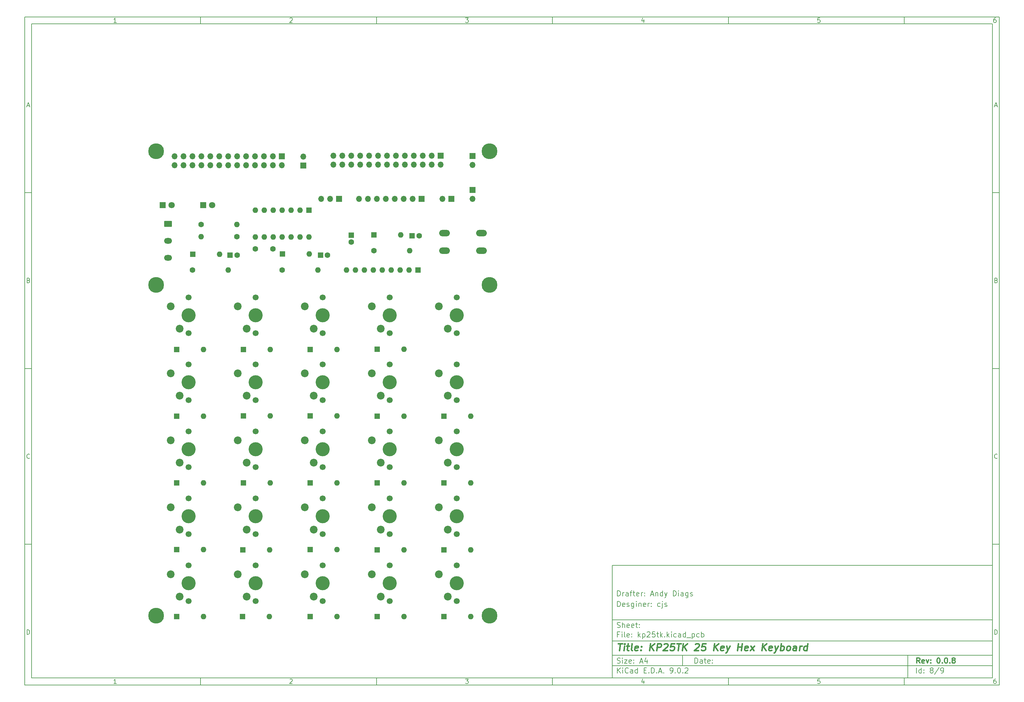
<source format=gbs>
%TF.GenerationSoftware,KiCad,Pcbnew,9.0.2+1*%
%TF.CreationDate,2025-06-13T17:56:32+09:00*%
%TF.ProjectId,kp25tk,6b703235-746b-42e6-9b69-6361645f7063,0.0.8*%
%TF.SameCoordinates,Original*%
%TF.FileFunction,Soldermask,Bot*%
%TF.FilePolarity,Negative*%
%FSLAX46Y46*%
G04 Gerber Fmt 4.6, Leading zero omitted, Abs format (unit mm)*
G04 Created by KiCad (PCBNEW 9.0.2+1) date 2025-06-13 17:56:32*
%MOMM*%
%LPD*%
G01*
G04 APERTURE LIST*
G04 Aperture macros list*
%AMRoundRect*
0 Rectangle with rounded corners*
0 $1 Rounding radius*
0 $2 $3 $4 $5 $6 $7 $8 $9 X,Y pos of 4 corners*
0 Add a 4 corners polygon primitive as box body*
4,1,4,$2,$3,$4,$5,$6,$7,$8,$9,$2,$3,0*
0 Add four circle primitives for the rounded corners*
1,1,$1+$1,$2,$3*
1,1,$1+$1,$4,$5*
1,1,$1+$1,$6,$7*
1,1,$1+$1,$8,$9*
0 Add four rect primitives between the rounded corners*
20,1,$1+$1,$2,$3,$4,$5,0*
20,1,$1+$1,$4,$5,$6,$7,0*
20,1,$1+$1,$6,$7,$8,$9,0*
20,1,$1+$1,$8,$9,$2,$3,0*%
G04 Aperture macros list end*
%ADD10C,0.100000*%
%ADD11C,0.150000*%
%ADD12C,0.300000*%
%ADD13C,0.400000*%
%ADD14R,1.600000X1.600000*%
%ADD15O,1.600000X1.600000*%
%ADD16C,1.600000*%
%ADD17C,1.700000*%
%ADD18C,4.000000*%
%ADD19C,2.200000*%
%ADD20C,4.500000*%
%ADD21RoundRect,0.102000X-1.040000X0.704000X-1.040000X-0.704000X1.040000X-0.704000X1.040000X0.704000X0*%
%ADD22O,2.284000X1.612000*%
%ADD23R,1.700000X1.700000*%
%ADD24O,1.700000X1.700000*%
%ADD25R,1.800000X1.800000*%
%ADD26C,1.800000*%
%ADD27O,3.048000X1.850000*%
G04 APERTURE END LIST*
D10*
D11*
X177002200Y-166007200D02*
X285002200Y-166007200D01*
X285002200Y-198007200D01*
X177002200Y-198007200D01*
X177002200Y-166007200D01*
D10*
D11*
X10000000Y-10000000D02*
X287002200Y-10000000D01*
X287002200Y-200007200D01*
X10000000Y-200007200D01*
X10000000Y-10000000D01*
D10*
D11*
X12000000Y-12000000D02*
X285002200Y-12000000D01*
X285002200Y-198007200D01*
X12000000Y-198007200D01*
X12000000Y-12000000D01*
D10*
D11*
X60000000Y-12000000D02*
X60000000Y-10000000D01*
D10*
D11*
X110000000Y-12000000D02*
X110000000Y-10000000D01*
D10*
D11*
X160000000Y-12000000D02*
X160000000Y-10000000D01*
D10*
D11*
X210000000Y-12000000D02*
X210000000Y-10000000D01*
D10*
D11*
X260000000Y-12000000D02*
X260000000Y-10000000D01*
D10*
D11*
X36089160Y-11593604D02*
X35346303Y-11593604D01*
X35717731Y-11593604D02*
X35717731Y-10293604D01*
X35717731Y-10293604D02*
X35593922Y-10479319D01*
X35593922Y-10479319D02*
X35470112Y-10603128D01*
X35470112Y-10603128D02*
X35346303Y-10665033D01*
D10*
D11*
X85346303Y-10417414D02*
X85408207Y-10355509D01*
X85408207Y-10355509D02*
X85532017Y-10293604D01*
X85532017Y-10293604D02*
X85841541Y-10293604D01*
X85841541Y-10293604D02*
X85965350Y-10355509D01*
X85965350Y-10355509D02*
X86027255Y-10417414D01*
X86027255Y-10417414D02*
X86089160Y-10541223D01*
X86089160Y-10541223D02*
X86089160Y-10665033D01*
X86089160Y-10665033D02*
X86027255Y-10850747D01*
X86027255Y-10850747D02*
X85284398Y-11593604D01*
X85284398Y-11593604D02*
X86089160Y-11593604D01*
D10*
D11*
X135284398Y-10293604D02*
X136089160Y-10293604D01*
X136089160Y-10293604D02*
X135655826Y-10788842D01*
X135655826Y-10788842D02*
X135841541Y-10788842D01*
X135841541Y-10788842D02*
X135965350Y-10850747D01*
X135965350Y-10850747D02*
X136027255Y-10912652D01*
X136027255Y-10912652D02*
X136089160Y-11036461D01*
X136089160Y-11036461D02*
X136089160Y-11345985D01*
X136089160Y-11345985D02*
X136027255Y-11469795D01*
X136027255Y-11469795D02*
X135965350Y-11531700D01*
X135965350Y-11531700D02*
X135841541Y-11593604D01*
X135841541Y-11593604D02*
X135470112Y-11593604D01*
X135470112Y-11593604D02*
X135346303Y-11531700D01*
X135346303Y-11531700D02*
X135284398Y-11469795D01*
D10*
D11*
X185965350Y-10726938D02*
X185965350Y-11593604D01*
X185655826Y-10231700D02*
X185346303Y-11160271D01*
X185346303Y-11160271D02*
X186151064Y-11160271D01*
D10*
D11*
X236027255Y-10293604D02*
X235408207Y-10293604D01*
X235408207Y-10293604D02*
X235346303Y-10912652D01*
X235346303Y-10912652D02*
X235408207Y-10850747D01*
X235408207Y-10850747D02*
X235532017Y-10788842D01*
X235532017Y-10788842D02*
X235841541Y-10788842D01*
X235841541Y-10788842D02*
X235965350Y-10850747D01*
X235965350Y-10850747D02*
X236027255Y-10912652D01*
X236027255Y-10912652D02*
X236089160Y-11036461D01*
X236089160Y-11036461D02*
X236089160Y-11345985D01*
X236089160Y-11345985D02*
X236027255Y-11469795D01*
X236027255Y-11469795D02*
X235965350Y-11531700D01*
X235965350Y-11531700D02*
X235841541Y-11593604D01*
X235841541Y-11593604D02*
X235532017Y-11593604D01*
X235532017Y-11593604D02*
X235408207Y-11531700D01*
X235408207Y-11531700D02*
X235346303Y-11469795D01*
D10*
D11*
X285965350Y-10293604D02*
X285717731Y-10293604D01*
X285717731Y-10293604D02*
X285593922Y-10355509D01*
X285593922Y-10355509D02*
X285532017Y-10417414D01*
X285532017Y-10417414D02*
X285408207Y-10603128D01*
X285408207Y-10603128D02*
X285346303Y-10850747D01*
X285346303Y-10850747D02*
X285346303Y-11345985D01*
X285346303Y-11345985D02*
X285408207Y-11469795D01*
X285408207Y-11469795D02*
X285470112Y-11531700D01*
X285470112Y-11531700D02*
X285593922Y-11593604D01*
X285593922Y-11593604D02*
X285841541Y-11593604D01*
X285841541Y-11593604D02*
X285965350Y-11531700D01*
X285965350Y-11531700D02*
X286027255Y-11469795D01*
X286027255Y-11469795D02*
X286089160Y-11345985D01*
X286089160Y-11345985D02*
X286089160Y-11036461D01*
X286089160Y-11036461D02*
X286027255Y-10912652D01*
X286027255Y-10912652D02*
X285965350Y-10850747D01*
X285965350Y-10850747D02*
X285841541Y-10788842D01*
X285841541Y-10788842D02*
X285593922Y-10788842D01*
X285593922Y-10788842D02*
X285470112Y-10850747D01*
X285470112Y-10850747D02*
X285408207Y-10912652D01*
X285408207Y-10912652D02*
X285346303Y-11036461D01*
D10*
D11*
X60000000Y-198007200D02*
X60000000Y-200007200D01*
D10*
D11*
X110000000Y-198007200D02*
X110000000Y-200007200D01*
D10*
D11*
X160000000Y-198007200D02*
X160000000Y-200007200D01*
D10*
D11*
X210000000Y-198007200D02*
X210000000Y-200007200D01*
D10*
D11*
X260000000Y-198007200D02*
X260000000Y-200007200D01*
D10*
D11*
X36089160Y-199600804D02*
X35346303Y-199600804D01*
X35717731Y-199600804D02*
X35717731Y-198300804D01*
X35717731Y-198300804D02*
X35593922Y-198486519D01*
X35593922Y-198486519D02*
X35470112Y-198610328D01*
X35470112Y-198610328D02*
X35346303Y-198672233D01*
D10*
D11*
X85346303Y-198424614D02*
X85408207Y-198362709D01*
X85408207Y-198362709D02*
X85532017Y-198300804D01*
X85532017Y-198300804D02*
X85841541Y-198300804D01*
X85841541Y-198300804D02*
X85965350Y-198362709D01*
X85965350Y-198362709D02*
X86027255Y-198424614D01*
X86027255Y-198424614D02*
X86089160Y-198548423D01*
X86089160Y-198548423D02*
X86089160Y-198672233D01*
X86089160Y-198672233D02*
X86027255Y-198857947D01*
X86027255Y-198857947D02*
X85284398Y-199600804D01*
X85284398Y-199600804D02*
X86089160Y-199600804D01*
D10*
D11*
X135284398Y-198300804D02*
X136089160Y-198300804D01*
X136089160Y-198300804D02*
X135655826Y-198796042D01*
X135655826Y-198796042D02*
X135841541Y-198796042D01*
X135841541Y-198796042D02*
X135965350Y-198857947D01*
X135965350Y-198857947D02*
X136027255Y-198919852D01*
X136027255Y-198919852D02*
X136089160Y-199043661D01*
X136089160Y-199043661D02*
X136089160Y-199353185D01*
X136089160Y-199353185D02*
X136027255Y-199476995D01*
X136027255Y-199476995D02*
X135965350Y-199538900D01*
X135965350Y-199538900D02*
X135841541Y-199600804D01*
X135841541Y-199600804D02*
X135470112Y-199600804D01*
X135470112Y-199600804D02*
X135346303Y-199538900D01*
X135346303Y-199538900D02*
X135284398Y-199476995D01*
D10*
D11*
X185965350Y-198734138D02*
X185965350Y-199600804D01*
X185655826Y-198238900D02*
X185346303Y-199167471D01*
X185346303Y-199167471D02*
X186151064Y-199167471D01*
D10*
D11*
X236027255Y-198300804D02*
X235408207Y-198300804D01*
X235408207Y-198300804D02*
X235346303Y-198919852D01*
X235346303Y-198919852D02*
X235408207Y-198857947D01*
X235408207Y-198857947D02*
X235532017Y-198796042D01*
X235532017Y-198796042D02*
X235841541Y-198796042D01*
X235841541Y-198796042D02*
X235965350Y-198857947D01*
X235965350Y-198857947D02*
X236027255Y-198919852D01*
X236027255Y-198919852D02*
X236089160Y-199043661D01*
X236089160Y-199043661D02*
X236089160Y-199353185D01*
X236089160Y-199353185D02*
X236027255Y-199476995D01*
X236027255Y-199476995D02*
X235965350Y-199538900D01*
X235965350Y-199538900D02*
X235841541Y-199600804D01*
X235841541Y-199600804D02*
X235532017Y-199600804D01*
X235532017Y-199600804D02*
X235408207Y-199538900D01*
X235408207Y-199538900D02*
X235346303Y-199476995D01*
D10*
D11*
X285965350Y-198300804D02*
X285717731Y-198300804D01*
X285717731Y-198300804D02*
X285593922Y-198362709D01*
X285593922Y-198362709D02*
X285532017Y-198424614D01*
X285532017Y-198424614D02*
X285408207Y-198610328D01*
X285408207Y-198610328D02*
X285346303Y-198857947D01*
X285346303Y-198857947D02*
X285346303Y-199353185D01*
X285346303Y-199353185D02*
X285408207Y-199476995D01*
X285408207Y-199476995D02*
X285470112Y-199538900D01*
X285470112Y-199538900D02*
X285593922Y-199600804D01*
X285593922Y-199600804D02*
X285841541Y-199600804D01*
X285841541Y-199600804D02*
X285965350Y-199538900D01*
X285965350Y-199538900D02*
X286027255Y-199476995D01*
X286027255Y-199476995D02*
X286089160Y-199353185D01*
X286089160Y-199353185D02*
X286089160Y-199043661D01*
X286089160Y-199043661D02*
X286027255Y-198919852D01*
X286027255Y-198919852D02*
X285965350Y-198857947D01*
X285965350Y-198857947D02*
X285841541Y-198796042D01*
X285841541Y-198796042D02*
X285593922Y-198796042D01*
X285593922Y-198796042D02*
X285470112Y-198857947D01*
X285470112Y-198857947D02*
X285408207Y-198919852D01*
X285408207Y-198919852D02*
X285346303Y-199043661D01*
D10*
D11*
X10000000Y-60000000D02*
X12000000Y-60000000D01*
D10*
D11*
X10000000Y-110000000D02*
X12000000Y-110000000D01*
D10*
D11*
X10000000Y-160000000D02*
X12000000Y-160000000D01*
D10*
D11*
X10690476Y-35222176D02*
X11309523Y-35222176D01*
X10566666Y-35593604D02*
X10999999Y-34293604D01*
X10999999Y-34293604D02*
X11433333Y-35593604D01*
D10*
D11*
X11092857Y-84912652D02*
X11278571Y-84974557D01*
X11278571Y-84974557D02*
X11340476Y-85036461D01*
X11340476Y-85036461D02*
X11402380Y-85160271D01*
X11402380Y-85160271D02*
X11402380Y-85345985D01*
X11402380Y-85345985D02*
X11340476Y-85469795D01*
X11340476Y-85469795D02*
X11278571Y-85531700D01*
X11278571Y-85531700D02*
X11154761Y-85593604D01*
X11154761Y-85593604D02*
X10659523Y-85593604D01*
X10659523Y-85593604D02*
X10659523Y-84293604D01*
X10659523Y-84293604D02*
X11092857Y-84293604D01*
X11092857Y-84293604D02*
X11216666Y-84355509D01*
X11216666Y-84355509D02*
X11278571Y-84417414D01*
X11278571Y-84417414D02*
X11340476Y-84541223D01*
X11340476Y-84541223D02*
X11340476Y-84665033D01*
X11340476Y-84665033D02*
X11278571Y-84788842D01*
X11278571Y-84788842D02*
X11216666Y-84850747D01*
X11216666Y-84850747D02*
X11092857Y-84912652D01*
X11092857Y-84912652D02*
X10659523Y-84912652D01*
D10*
D11*
X11402380Y-135469795D02*
X11340476Y-135531700D01*
X11340476Y-135531700D02*
X11154761Y-135593604D01*
X11154761Y-135593604D02*
X11030952Y-135593604D01*
X11030952Y-135593604D02*
X10845238Y-135531700D01*
X10845238Y-135531700D02*
X10721428Y-135407890D01*
X10721428Y-135407890D02*
X10659523Y-135284080D01*
X10659523Y-135284080D02*
X10597619Y-135036461D01*
X10597619Y-135036461D02*
X10597619Y-134850747D01*
X10597619Y-134850747D02*
X10659523Y-134603128D01*
X10659523Y-134603128D02*
X10721428Y-134479319D01*
X10721428Y-134479319D02*
X10845238Y-134355509D01*
X10845238Y-134355509D02*
X11030952Y-134293604D01*
X11030952Y-134293604D02*
X11154761Y-134293604D01*
X11154761Y-134293604D02*
X11340476Y-134355509D01*
X11340476Y-134355509D02*
X11402380Y-134417414D01*
D10*
D11*
X10659523Y-185593604D02*
X10659523Y-184293604D01*
X10659523Y-184293604D02*
X10969047Y-184293604D01*
X10969047Y-184293604D02*
X11154761Y-184355509D01*
X11154761Y-184355509D02*
X11278571Y-184479319D01*
X11278571Y-184479319D02*
X11340476Y-184603128D01*
X11340476Y-184603128D02*
X11402380Y-184850747D01*
X11402380Y-184850747D02*
X11402380Y-185036461D01*
X11402380Y-185036461D02*
X11340476Y-185284080D01*
X11340476Y-185284080D02*
X11278571Y-185407890D01*
X11278571Y-185407890D02*
X11154761Y-185531700D01*
X11154761Y-185531700D02*
X10969047Y-185593604D01*
X10969047Y-185593604D02*
X10659523Y-185593604D01*
D10*
D11*
X287002200Y-60000000D02*
X285002200Y-60000000D01*
D10*
D11*
X287002200Y-110000000D02*
X285002200Y-110000000D01*
D10*
D11*
X287002200Y-160000000D02*
X285002200Y-160000000D01*
D10*
D11*
X285692676Y-35222176D02*
X286311723Y-35222176D01*
X285568866Y-35593604D02*
X286002199Y-34293604D01*
X286002199Y-34293604D02*
X286435533Y-35593604D01*
D10*
D11*
X286095057Y-84912652D02*
X286280771Y-84974557D01*
X286280771Y-84974557D02*
X286342676Y-85036461D01*
X286342676Y-85036461D02*
X286404580Y-85160271D01*
X286404580Y-85160271D02*
X286404580Y-85345985D01*
X286404580Y-85345985D02*
X286342676Y-85469795D01*
X286342676Y-85469795D02*
X286280771Y-85531700D01*
X286280771Y-85531700D02*
X286156961Y-85593604D01*
X286156961Y-85593604D02*
X285661723Y-85593604D01*
X285661723Y-85593604D02*
X285661723Y-84293604D01*
X285661723Y-84293604D02*
X286095057Y-84293604D01*
X286095057Y-84293604D02*
X286218866Y-84355509D01*
X286218866Y-84355509D02*
X286280771Y-84417414D01*
X286280771Y-84417414D02*
X286342676Y-84541223D01*
X286342676Y-84541223D02*
X286342676Y-84665033D01*
X286342676Y-84665033D02*
X286280771Y-84788842D01*
X286280771Y-84788842D02*
X286218866Y-84850747D01*
X286218866Y-84850747D02*
X286095057Y-84912652D01*
X286095057Y-84912652D02*
X285661723Y-84912652D01*
D10*
D11*
X286404580Y-135469795D02*
X286342676Y-135531700D01*
X286342676Y-135531700D02*
X286156961Y-135593604D01*
X286156961Y-135593604D02*
X286033152Y-135593604D01*
X286033152Y-135593604D02*
X285847438Y-135531700D01*
X285847438Y-135531700D02*
X285723628Y-135407890D01*
X285723628Y-135407890D02*
X285661723Y-135284080D01*
X285661723Y-135284080D02*
X285599819Y-135036461D01*
X285599819Y-135036461D02*
X285599819Y-134850747D01*
X285599819Y-134850747D02*
X285661723Y-134603128D01*
X285661723Y-134603128D02*
X285723628Y-134479319D01*
X285723628Y-134479319D02*
X285847438Y-134355509D01*
X285847438Y-134355509D02*
X286033152Y-134293604D01*
X286033152Y-134293604D02*
X286156961Y-134293604D01*
X286156961Y-134293604D02*
X286342676Y-134355509D01*
X286342676Y-134355509D02*
X286404580Y-134417414D01*
D10*
D11*
X285661723Y-185593604D02*
X285661723Y-184293604D01*
X285661723Y-184293604D02*
X285971247Y-184293604D01*
X285971247Y-184293604D02*
X286156961Y-184355509D01*
X286156961Y-184355509D02*
X286280771Y-184479319D01*
X286280771Y-184479319D02*
X286342676Y-184603128D01*
X286342676Y-184603128D02*
X286404580Y-184850747D01*
X286404580Y-184850747D02*
X286404580Y-185036461D01*
X286404580Y-185036461D02*
X286342676Y-185284080D01*
X286342676Y-185284080D02*
X286280771Y-185407890D01*
X286280771Y-185407890D02*
X286156961Y-185531700D01*
X286156961Y-185531700D02*
X285971247Y-185593604D01*
X285971247Y-185593604D02*
X285661723Y-185593604D01*
D10*
D11*
X200458026Y-193793328D02*
X200458026Y-192293328D01*
X200458026Y-192293328D02*
X200815169Y-192293328D01*
X200815169Y-192293328D02*
X201029455Y-192364757D01*
X201029455Y-192364757D02*
X201172312Y-192507614D01*
X201172312Y-192507614D02*
X201243741Y-192650471D01*
X201243741Y-192650471D02*
X201315169Y-192936185D01*
X201315169Y-192936185D02*
X201315169Y-193150471D01*
X201315169Y-193150471D02*
X201243741Y-193436185D01*
X201243741Y-193436185D02*
X201172312Y-193579042D01*
X201172312Y-193579042D02*
X201029455Y-193721900D01*
X201029455Y-193721900D02*
X200815169Y-193793328D01*
X200815169Y-193793328D02*
X200458026Y-193793328D01*
X202600884Y-193793328D02*
X202600884Y-193007614D01*
X202600884Y-193007614D02*
X202529455Y-192864757D01*
X202529455Y-192864757D02*
X202386598Y-192793328D01*
X202386598Y-192793328D02*
X202100884Y-192793328D01*
X202100884Y-192793328D02*
X201958026Y-192864757D01*
X202600884Y-193721900D02*
X202458026Y-193793328D01*
X202458026Y-193793328D02*
X202100884Y-193793328D01*
X202100884Y-193793328D02*
X201958026Y-193721900D01*
X201958026Y-193721900D02*
X201886598Y-193579042D01*
X201886598Y-193579042D02*
X201886598Y-193436185D01*
X201886598Y-193436185D02*
X201958026Y-193293328D01*
X201958026Y-193293328D02*
X202100884Y-193221900D01*
X202100884Y-193221900D02*
X202458026Y-193221900D01*
X202458026Y-193221900D02*
X202600884Y-193150471D01*
X203100884Y-192793328D02*
X203672312Y-192793328D01*
X203315169Y-192293328D02*
X203315169Y-193579042D01*
X203315169Y-193579042D02*
X203386598Y-193721900D01*
X203386598Y-193721900D02*
X203529455Y-193793328D01*
X203529455Y-193793328D02*
X203672312Y-193793328D01*
X204743741Y-193721900D02*
X204600884Y-193793328D01*
X204600884Y-193793328D02*
X204315170Y-193793328D01*
X204315170Y-193793328D02*
X204172312Y-193721900D01*
X204172312Y-193721900D02*
X204100884Y-193579042D01*
X204100884Y-193579042D02*
X204100884Y-193007614D01*
X204100884Y-193007614D02*
X204172312Y-192864757D01*
X204172312Y-192864757D02*
X204315170Y-192793328D01*
X204315170Y-192793328D02*
X204600884Y-192793328D01*
X204600884Y-192793328D02*
X204743741Y-192864757D01*
X204743741Y-192864757D02*
X204815170Y-193007614D01*
X204815170Y-193007614D02*
X204815170Y-193150471D01*
X204815170Y-193150471D02*
X204100884Y-193293328D01*
X205458026Y-193650471D02*
X205529455Y-193721900D01*
X205529455Y-193721900D02*
X205458026Y-193793328D01*
X205458026Y-193793328D02*
X205386598Y-193721900D01*
X205386598Y-193721900D02*
X205458026Y-193650471D01*
X205458026Y-193650471D02*
X205458026Y-193793328D01*
X205458026Y-192864757D02*
X205529455Y-192936185D01*
X205529455Y-192936185D02*
X205458026Y-193007614D01*
X205458026Y-193007614D02*
X205386598Y-192936185D01*
X205386598Y-192936185D02*
X205458026Y-192864757D01*
X205458026Y-192864757D02*
X205458026Y-193007614D01*
D10*
D11*
X177002200Y-194507200D02*
X285002200Y-194507200D01*
D10*
D11*
X178458026Y-196593328D02*
X178458026Y-195093328D01*
X179315169Y-196593328D02*
X178672312Y-195736185D01*
X179315169Y-195093328D02*
X178458026Y-195950471D01*
X179958026Y-196593328D02*
X179958026Y-195593328D01*
X179958026Y-195093328D02*
X179886598Y-195164757D01*
X179886598Y-195164757D02*
X179958026Y-195236185D01*
X179958026Y-195236185D02*
X180029455Y-195164757D01*
X180029455Y-195164757D02*
X179958026Y-195093328D01*
X179958026Y-195093328D02*
X179958026Y-195236185D01*
X181529455Y-196450471D02*
X181458027Y-196521900D01*
X181458027Y-196521900D02*
X181243741Y-196593328D01*
X181243741Y-196593328D02*
X181100884Y-196593328D01*
X181100884Y-196593328D02*
X180886598Y-196521900D01*
X180886598Y-196521900D02*
X180743741Y-196379042D01*
X180743741Y-196379042D02*
X180672312Y-196236185D01*
X180672312Y-196236185D02*
X180600884Y-195950471D01*
X180600884Y-195950471D02*
X180600884Y-195736185D01*
X180600884Y-195736185D02*
X180672312Y-195450471D01*
X180672312Y-195450471D02*
X180743741Y-195307614D01*
X180743741Y-195307614D02*
X180886598Y-195164757D01*
X180886598Y-195164757D02*
X181100884Y-195093328D01*
X181100884Y-195093328D02*
X181243741Y-195093328D01*
X181243741Y-195093328D02*
X181458027Y-195164757D01*
X181458027Y-195164757D02*
X181529455Y-195236185D01*
X182815170Y-196593328D02*
X182815170Y-195807614D01*
X182815170Y-195807614D02*
X182743741Y-195664757D01*
X182743741Y-195664757D02*
X182600884Y-195593328D01*
X182600884Y-195593328D02*
X182315170Y-195593328D01*
X182315170Y-195593328D02*
X182172312Y-195664757D01*
X182815170Y-196521900D02*
X182672312Y-196593328D01*
X182672312Y-196593328D02*
X182315170Y-196593328D01*
X182315170Y-196593328D02*
X182172312Y-196521900D01*
X182172312Y-196521900D02*
X182100884Y-196379042D01*
X182100884Y-196379042D02*
X182100884Y-196236185D01*
X182100884Y-196236185D02*
X182172312Y-196093328D01*
X182172312Y-196093328D02*
X182315170Y-196021900D01*
X182315170Y-196021900D02*
X182672312Y-196021900D01*
X182672312Y-196021900D02*
X182815170Y-195950471D01*
X184172313Y-196593328D02*
X184172313Y-195093328D01*
X184172313Y-196521900D02*
X184029455Y-196593328D01*
X184029455Y-196593328D02*
X183743741Y-196593328D01*
X183743741Y-196593328D02*
X183600884Y-196521900D01*
X183600884Y-196521900D02*
X183529455Y-196450471D01*
X183529455Y-196450471D02*
X183458027Y-196307614D01*
X183458027Y-196307614D02*
X183458027Y-195879042D01*
X183458027Y-195879042D02*
X183529455Y-195736185D01*
X183529455Y-195736185D02*
X183600884Y-195664757D01*
X183600884Y-195664757D02*
X183743741Y-195593328D01*
X183743741Y-195593328D02*
X184029455Y-195593328D01*
X184029455Y-195593328D02*
X184172313Y-195664757D01*
X186029455Y-195807614D02*
X186529455Y-195807614D01*
X186743741Y-196593328D02*
X186029455Y-196593328D01*
X186029455Y-196593328D02*
X186029455Y-195093328D01*
X186029455Y-195093328D02*
X186743741Y-195093328D01*
X187386598Y-196450471D02*
X187458027Y-196521900D01*
X187458027Y-196521900D02*
X187386598Y-196593328D01*
X187386598Y-196593328D02*
X187315170Y-196521900D01*
X187315170Y-196521900D02*
X187386598Y-196450471D01*
X187386598Y-196450471D02*
X187386598Y-196593328D01*
X188100884Y-196593328D02*
X188100884Y-195093328D01*
X188100884Y-195093328D02*
X188458027Y-195093328D01*
X188458027Y-195093328D02*
X188672313Y-195164757D01*
X188672313Y-195164757D02*
X188815170Y-195307614D01*
X188815170Y-195307614D02*
X188886599Y-195450471D01*
X188886599Y-195450471D02*
X188958027Y-195736185D01*
X188958027Y-195736185D02*
X188958027Y-195950471D01*
X188958027Y-195950471D02*
X188886599Y-196236185D01*
X188886599Y-196236185D02*
X188815170Y-196379042D01*
X188815170Y-196379042D02*
X188672313Y-196521900D01*
X188672313Y-196521900D02*
X188458027Y-196593328D01*
X188458027Y-196593328D02*
X188100884Y-196593328D01*
X189600884Y-196450471D02*
X189672313Y-196521900D01*
X189672313Y-196521900D02*
X189600884Y-196593328D01*
X189600884Y-196593328D02*
X189529456Y-196521900D01*
X189529456Y-196521900D02*
X189600884Y-196450471D01*
X189600884Y-196450471D02*
X189600884Y-196593328D01*
X190243742Y-196164757D02*
X190958028Y-196164757D01*
X190100885Y-196593328D02*
X190600885Y-195093328D01*
X190600885Y-195093328D02*
X191100885Y-196593328D01*
X191600884Y-196450471D02*
X191672313Y-196521900D01*
X191672313Y-196521900D02*
X191600884Y-196593328D01*
X191600884Y-196593328D02*
X191529456Y-196521900D01*
X191529456Y-196521900D02*
X191600884Y-196450471D01*
X191600884Y-196450471D02*
X191600884Y-196593328D01*
X193529456Y-196593328D02*
X193815170Y-196593328D01*
X193815170Y-196593328D02*
X193958027Y-196521900D01*
X193958027Y-196521900D02*
X194029456Y-196450471D01*
X194029456Y-196450471D02*
X194172313Y-196236185D01*
X194172313Y-196236185D02*
X194243742Y-195950471D01*
X194243742Y-195950471D02*
X194243742Y-195379042D01*
X194243742Y-195379042D02*
X194172313Y-195236185D01*
X194172313Y-195236185D02*
X194100885Y-195164757D01*
X194100885Y-195164757D02*
X193958027Y-195093328D01*
X193958027Y-195093328D02*
X193672313Y-195093328D01*
X193672313Y-195093328D02*
X193529456Y-195164757D01*
X193529456Y-195164757D02*
X193458027Y-195236185D01*
X193458027Y-195236185D02*
X193386599Y-195379042D01*
X193386599Y-195379042D02*
X193386599Y-195736185D01*
X193386599Y-195736185D02*
X193458027Y-195879042D01*
X193458027Y-195879042D02*
X193529456Y-195950471D01*
X193529456Y-195950471D02*
X193672313Y-196021900D01*
X193672313Y-196021900D02*
X193958027Y-196021900D01*
X193958027Y-196021900D02*
X194100885Y-195950471D01*
X194100885Y-195950471D02*
X194172313Y-195879042D01*
X194172313Y-195879042D02*
X194243742Y-195736185D01*
X194886598Y-196450471D02*
X194958027Y-196521900D01*
X194958027Y-196521900D02*
X194886598Y-196593328D01*
X194886598Y-196593328D02*
X194815170Y-196521900D01*
X194815170Y-196521900D02*
X194886598Y-196450471D01*
X194886598Y-196450471D02*
X194886598Y-196593328D01*
X195886599Y-195093328D02*
X196029456Y-195093328D01*
X196029456Y-195093328D02*
X196172313Y-195164757D01*
X196172313Y-195164757D02*
X196243742Y-195236185D01*
X196243742Y-195236185D02*
X196315170Y-195379042D01*
X196315170Y-195379042D02*
X196386599Y-195664757D01*
X196386599Y-195664757D02*
X196386599Y-196021900D01*
X196386599Y-196021900D02*
X196315170Y-196307614D01*
X196315170Y-196307614D02*
X196243742Y-196450471D01*
X196243742Y-196450471D02*
X196172313Y-196521900D01*
X196172313Y-196521900D02*
X196029456Y-196593328D01*
X196029456Y-196593328D02*
X195886599Y-196593328D01*
X195886599Y-196593328D02*
X195743742Y-196521900D01*
X195743742Y-196521900D02*
X195672313Y-196450471D01*
X195672313Y-196450471D02*
X195600884Y-196307614D01*
X195600884Y-196307614D02*
X195529456Y-196021900D01*
X195529456Y-196021900D02*
X195529456Y-195664757D01*
X195529456Y-195664757D02*
X195600884Y-195379042D01*
X195600884Y-195379042D02*
X195672313Y-195236185D01*
X195672313Y-195236185D02*
X195743742Y-195164757D01*
X195743742Y-195164757D02*
X195886599Y-195093328D01*
X197029455Y-196450471D02*
X197100884Y-196521900D01*
X197100884Y-196521900D02*
X197029455Y-196593328D01*
X197029455Y-196593328D02*
X196958027Y-196521900D01*
X196958027Y-196521900D02*
X197029455Y-196450471D01*
X197029455Y-196450471D02*
X197029455Y-196593328D01*
X197672313Y-195236185D02*
X197743741Y-195164757D01*
X197743741Y-195164757D02*
X197886599Y-195093328D01*
X197886599Y-195093328D02*
X198243741Y-195093328D01*
X198243741Y-195093328D02*
X198386599Y-195164757D01*
X198386599Y-195164757D02*
X198458027Y-195236185D01*
X198458027Y-195236185D02*
X198529456Y-195379042D01*
X198529456Y-195379042D02*
X198529456Y-195521900D01*
X198529456Y-195521900D02*
X198458027Y-195736185D01*
X198458027Y-195736185D02*
X197600884Y-196593328D01*
X197600884Y-196593328D02*
X198529456Y-196593328D01*
D10*
D11*
X177002200Y-191507200D02*
X285002200Y-191507200D01*
D10*
D12*
X264413853Y-193785528D02*
X263913853Y-193071242D01*
X263556710Y-193785528D02*
X263556710Y-192285528D01*
X263556710Y-192285528D02*
X264128139Y-192285528D01*
X264128139Y-192285528D02*
X264270996Y-192356957D01*
X264270996Y-192356957D02*
X264342425Y-192428385D01*
X264342425Y-192428385D02*
X264413853Y-192571242D01*
X264413853Y-192571242D02*
X264413853Y-192785528D01*
X264413853Y-192785528D02*
X264342425Y-192928385D01*
X264342425Y-192928385D02*
X264270996Y-192999814D01*
X264270996Y-192999814D02*
X264128139Y-193071242D01*
X264128139Y-193071242D02*
X263556710Y-193071242D01*
X265628139Y-193714100D02*
X265485282Y-193785528D01*
X265485282Y-193785528D02*
X265199568Y-193785528D01*
X265199568Y-193785528D02*
X265056710Y-193714100D01*
X265056710Y-193714100D02*
X264985282Y-193571242D01*
X264985282Y-193571242D02*
X264985282Y-192999814D01*
X264985282Y-192999814D02*
X265056710Y-192856957D01*
X265056710Y-192856957D02*
X265199568Y-192785528D01*
X265199568Y-192785528D02*
X265485282Y-192785528D01*
X265485282Y-192785528D02*
X265628139Y-192856957D01*
X265628139Y-192856957D02*
X265699568Y-192999814D01*
X265699568Y-192999814D02*
X265699568Y-193142671D01*
X265699568Y-193142671D02*
X264985282Y-193285528D01*
X266199567Y-192785528D02*
X266556710Y-193785528D01*
X266556710Y-193785528D02*
X266913853Y-192785528D01*
X267485281Y-193642671D02*
X267556710Y-193714100D01*
X267556710Y-193714100D02*
X267485281Y-193785528D01*
X267485281Y-193785528D02*
X267413853Y-193714100D01*
X267413853Y-193714100D02*
X267485281Y-193642671D01*
X267485281Y-193642671D02*
X267485281Y-193785528D01*
X267485281Y-192856957D02*
X267556710Y-192928385D01*
X267556710Y-192928385D02*
X267485281Y-192999814D01*
X267485281Y-192999814D02*
X267413853Y-192928385D01*
X267413853Y-192928385D02*
X267485281Y-192856957D01*
X267485281Y-192856957D02*
X267485281Y-192999814D01*
X269628139Y-192285528D02*
X269770996Y-192285528D01*
X269770996Y-192285528D02*
X269913853Y-192356957D01*
X269913853Y-192356957D02*
X269985282Y-192428385D01*
X269985282Y-192428385D02*
X270056710Y-192571242D01*
X270056710Y-192571242D02*
X270128139Y-192856957D01*
X270128139Y-192856957D02*
X270128139Y-193214100D01*
X270128139Y-193214100D02*
X270056710Y-193499814D01*
X270056710Y-193499814D02*
X269985282Y-193642671D01*
X269985282Y-193642671D02*
X269913853Y-193714100D01*
X269913853Y-193714100D02*
X269770996Y-193785528D01*
X269770996Y-193785528D02*
X269628139Y-193785528D01*
X269628139Y-193785528D02*
X269485282Y-193714100D01*
X269485282Y-193714100D02*
X269413853Y-193642671D01*
X269413853Y-193642671D02*
X269342424Y-193499814D01*
X269342424Y-193499814D02*
X269270996Y-193214100D01*
X269270996Y-193214100D02*
X269270996Y-192856957D01*
X269270996Y-192856957D02*
X269342424Y-192571242D01*
X269342424Y-192571242D02*
X269413853Y-192428385D01*
X269413853Y-192428385D02*
X269485282Y-192356957D01*
X269485282Y-192356957D02*
X269628139Y-192285528D01*
X270770995Y-193642671D02*
X270842424Y-193714100D01*
X270842424Y-193714100D02*
X270770995Y-193785528D01*
X270770995Y-193785528D02*
X270699567Y-193714100D01*
X270699567Y-193714100D02*
X270770995Y-193642671D01*
X270770995Y-193642671D02*
X270770995Y-193785528D01*
X271770996Y-192285528D02*
X271913853Y-192285528D01*
X271913853Y-192285528D02*
X272056710Y-192356957D01*
X272056710Y-192356957D02*
X272128139Y-192428385D01*
X272128139Y-192428385D02*
X272199567Y-192571242D01*
X272199567Y-192571242D02*
X272270996Y-192856957D01*
X272270996Y-192856957D02*
X272270996Y-193214100D01*
X272270996Y-193214100D02*
X272199567Y-193499814D01*
X272199567Y-193499814D02*
X272128139Y-193642671D01*
X272128139Y-193642671D02*
X272056710Y-193714100D01*
X272056710Y-193714100D02*
X271913853Y-193785528D01*
X271913853Y-193785528D02*
X271770996Y-193785528D01*
X271770996Y-193785528D02*
X271628139Y-193714100D01*
X271628139Y-193714100D02*
X271556710Y-193642671D01*
X271556710Y-193642671D02*
X271485281Y-193499814D01*
X271485281Y-193499814D02*
X271413853Y-193214100D01*
X271413853Y-193214100D02*
X271413853Y-192856957D01*
X271413853Y-192856957D02*
X271485281Y-192571242D01*
X271485281Y-192571242D02*
X271556710Y-192428385D01*
X271556710Y-192428385D02*
X271628139Y-192356957D01*
X271628139Y-192356957D02*
X271770996Y-192285528D01*
X272913852Y-193642671D02*
X272985281Y-193714100D01*
X272985281Y-193714100D02*
X272913852Y-193785528D01*
X272913852Y-193785528D02*
X272842424Y-193714100D01*
X272842424Y-193714100D02*
X272913852Y-193642671D01*
X272913852Y-193642671D02*
X272913852Y-193785528D01*
X273842424Y-192928385D02*
X273699567Y-192856957D01*
X273699567Y-192856957D02*
X273628138Y-192785528D01*
X273628138Y-192785528D02*
X273556710Y-192642671D01*
X273556710Y-192642671D02*
X273556710Y-192571242D01*
X273556710Y-192571242D02*
X273628138Y-192428385D01*
X273628138Y-192428385D02*
X273699567Y-192356957D01*
X273699567Y-192356957D02*
X273842424Y-192285528D01*
X273842424Y-192285528D02*
X274128138Y-192285528D01*
X274128138Y-192285528D02*
X274270996Y-192356957D01*
X274270996Y-192356957D02*
X274342424Y-192428385D01*
X274342424Y-192428385D02*
X274413853Y-192571242D01*
X274413853Y-192571242D02*
X274413853Y-192642671D01*
X274413853Y-192642671D02*
X274342424Y-192785528D01*
X274342424Y-192785528D02*
X274270996Y-192856957D01*
X274270996Y-192856957D02*
X274128138Y-192928385D01*
X274128138Y-192928385D02*
X273842424Y-192928385D01*
X273842424Y-192928385D02*
X273699567Y-192999814D01*
X273699567Y-192999814D02*
X273628138Y-193071242D01*
X273628138Y-193071242D02*
X273556710Y-193214100D01*
X273556710Y-193214100D02*
X273556710Y-193499814D01*
X273556710Y-193499814D02*
X273628138Y-193642671D01*
X273628138Y-193642671D02*
X273699567Y-193714100D01*
X273699567Y-193714100D02*
X273842424Y-193785528D01*
X273842424Y-193785528D02*
X274128138Y-193785528D01*
X274128138Y-193785528D02*
X274270996Y-193714100D01*
X274270996Y-193714100D02*
X274342424Y-193642671D01*
X274342424Y-193642671D02*
X274413853Y-193499814D01*
X274413853Y-193499814D02*
X274413853Y-193214100D01*
X274413853Y-193214100D02*
X274342424Y-193071242D01*
X274342424Y-193071242D02*
X274270996Y-192999814D01*
X274270996Y-192999814D02*
X274128138Y-192928385D01*
D10*
D11*
X178386598Y-193721900D02*
X178600884Y-193793328D01*
X178600884Y-193793328D02*
X178958026Y-193793328D01*
X178958026Y-193793328D02*
X179100884Y-193721900D01*
X179100884Y-193721900D02*
X179172312Y-193650471D01*
X179172312Y-193650471D02*
X179243741Y-193507614D01*
X179243741Y-193507614D02*
X179243741Y-193364757D01*
X179243741Y-193364757D02*
X179172312Y-193221900D01*
X179172312Y-193221900D02*
X179100884Y-193150471D01*
X179100884Y-193150471D02*
X178958026Y-193079042D01*
X178958026Y-193079042D02*
X178672312Y-193007614D01*
X178672312Y-193007614D02*
X178529455Y-192936185D01*
X178529455Y-192936185D02*
X178458026Y-192864757D01*
X178458026Y-192864757D02*
X178386598Y-192721900D01*
X178386598Y-192721900D02*
X178386598Y-192579042D01*
X178386598Y-192579042D02*
X178458026Y-192436185D01*
X178458026Y-192436185D02*
X178529455Y-192364757D01*
X178529455Y-192364757D02*
X178672312Y-192293328D01*
X178672312Y-192293328D02*
X179029455Y-192293328D01*
X179029455Y-192293328D02*
X179243741Y-192364757D01*
X179886597Y-193793328D02*
X179886597Y-192793328D01*
X179886597Y-192293328D02*
X179815169Y-192364757D01*
X179815169Y-192364757D02*
X179886597Y-192436185D01*
X179886597Y-192436185D02*
X179958026Y-192364757D01*
X179958026Y-192364757D02*
X179886597Y-192293328D01*
X179886597Y-192293328D02*
X179886597Y-192436185D01*
X180458026Y-192793328D02*
X181243741Y-192793328D01*
X181243741Y-192793328D02*
X180458026Y-193793328D01*
X180458026Y-193793328D02*
X181243741Y-193793328D01*
X182386598Y-193721900D02*
X182243741Y-193793328D01*
X182243741Y-193793328D02*
X181958027Y-193793328D01*
X181958027Y-193793328D02*
X181815169Y-193721900D01*
X181815169Y-193721900D02*
X181743741Y-193579042D01*
X181743741Y-193579042D02*
X181743741Y-193007614D01*
X181743741Y-193007614D02*
X181815169Y-192864757D01*
X181815169Y-192864757D02*
X181958027Y-192793328D01*
X181958027Y-192793328D02*
X182243741Y-192793328D01*
X182243741Y-192793328D02*
X182386598Y-192864757D01*
X182386598Y-192864757D02*
X182458027Y-193007614D01*
X182458027Y-193007614D02*
X182458027Y-193150471D01*
X182458027Y-193150471D02*
X181743741Y-193293328D01*
X183100883Y-193650471D02*
X183172312Y-193721900D01*
X183172312Y-193721900D02*
X183100883Y-193793328D01*
X183100883Y-193793328D02*
X183029455Y-193721900D01*
X183029455Y-193721900D02*
X183100883Y-193650471D01*
X183100883Y-193650471D02*
X183100883Y-193793328D01*
X183100883Y-192864757D02*
X183172312Y-192936185D01*
X183172312Y-192936185D02*
X183100883Y-193007614D01*
X183100883Y-193007614D02*
X183029455Y-192936185D01*
X183029455Y-192936185D02*
X183100883Y-192864757D01*
X183100883Y-192864757D02*
X183100883Y-193007614D01*
X184886598Y-193364757D02*
X185600884Y-193364757D01*
X184743741Y-193793328D02*
X185243741Y-192293328D01*
X185243741Y-192293328D02*
X185743741Y-193793328D01*
X186886598Y-192793328D02*
X186886598Y-193793328D01*
X186529455Y-192221900D02*
X186172312Y-193293328D01*
X186172312Y-193293328D02*
X187100883Y-193293328D01*
D10*
D11*
X263458026Y-196593328D02*
X263458026Y-195093328D01*
X264815170Y-196593328D02*
X264815170Y-195093328D01*
X264815170Y-196521900D02*
X264672312Y-196593328D01*
X264672312Y-196593328D02*
X264386598Y-196593328D01*
X264386598Y-196593328D02*
X264243741Y-196521900D01*
X264243741Y-196521900D02*
X264172312Y-196450471D01*
X264172312Y-196450471D02*
X264100884Y-196307614D01*
X264100884Y-196307614D02*
X264100884Y-195879042D01*
X264100884Y-195879042D02*
X264172312Y-195736185D01*
X264172312Y-195736185D02*
X264243741Y-195664757D01*
X264243741Y-195664757D02*
X264386598Y-195593328D01*
X264386598Y-195593328D02*
X264672312Y-195593328D01*
X264672312Y-195593328D02*
X264815170Y-195664757D01*
X265529455Y-196450471D02*
X265600884Y-196521900D01*
X265600884Y-196521900D02*
X265529455Y-196593328D01*
X265529455Y-196593328D02*
X265458027Y-196521900D01*
X265458027Y-196521900D02*
X265529455Y-196450471D01*
X265529455Y-196450471D02*
X265529455Y-196593328D01*
X265529455Y-195664757D02*
X265600884Y-195736185D01*
X265600884Y-195736185D02*
X265529455Y-195807614D01*
X265529455Y-195807614D02*
X265458027Y-195736185D01*
X265458027Y-195736185D02*
X265529455Y-195664757D01*
X265529455Y-195664757D02*
X265529455Y-195807614D01*
X267600884Y-195736185D02*
X267458027Y-195664757D01*
X267458027Y-195664757D02*
X267386598Y-195593328D01*
X267386598Y-195593328D02*
X267315170Y-195450471D01*
X267315170Y-195450471D02*
X267315170Y-195379042D01*
X267315170Y-195379042D02*
X267386598Y-195236185D01*
X267386598Y-195236185D02*
X267458027Y-195164757D01*
X267458027Y-195164757D02*
X267600884Y-195093328D01*
X267600884Y-195093328D02*
X267886598Y-195093328D01*
X267886598Y-195093328D02*
X268029456Y-195164757D01*
X268029456Y-195164757D02*
X268100884Y-195236185D01*
X268100884Y-195236185D02*
X268172313Y-195379042D01*
X268172313Y-195379042D02*
X268172313Y-195450471D01*
X268172313Y-195450471D02*
X268100884Y-195593328D01*
X268100884Y-195593328D02*
X268029456Y-195664757D01*
X268029456Y-195664757D02*
X267886598Y-195736185D01*
X267886598Y-195736185D02*
X267600884Y-195736185D01*
X267600884Y-195736185D02*
X267458027Y-195807614D01*
X267458027Y-195807614D02*
X267386598Y-195879042D01*
X267386598Y-195879042D02*
X267315170Y-196021900D01*
X267315170Y-196021900D02*
X267315170Y-196307614D01*
X267315170Y-196307614D02*
X267386598Y-196450471D01*
X267386598Y-196450471D02*
X267458027Y-196521900D01*
X267458027Y-196521900D02*
X267600884Y-196593328D01*
X267600884Y-196593328D02*
X267886598Y-196593328D01*
X267886598Y-196593328D02*
X268029456Y-196521900D01*
X268029456Y-196521900D02*
X268100884Y-196450471D01*
X268100884Y-196450471D02*
X268172313Y-196307614D01*
X268172313Y-196307614D02*
X268172313Y-196021900D01*
X268172313Y-196021900D02*
X268100884Y-195879042D01*
X268100884Y-195879042D02*
X268029456Y-195807614D01*
X268029456Y-195807614D02*
X267886598Y-195736185D01*
X269886598Y-195021900D02*
X268600884Y-196950471D01*
X270458027Y-196593328D02*
X270743741Y-196593328D01*
X270743741Y-196593328D02*
X270886598Y-196521900D01*
X270886598Y-196521900D02*
X270958027Y-196450471D01*
X270958027Y-196450471D02*
X271100884Y-196236185D01*
X271100884Y-196236185D02*
X271172313Y-195950471D01*
X271172313Y-195950471D02*
X271172313Y-195379042D01*
X271172313Y-195379042D02*
X271100884Y-195236185D01*
X271100884Y-195236185D02*
X271029456Y-195164757D01*
X271029456Y-195164757D02*
X270886598Y-195093328D01*
X270886598Y-195093328D02*
X270600884Y-195093328D01*
X270600884Y-195093328D02*
X270458027Y-195164757D01*
X270458027Y-195164757D02*
X270386598Y-195236185D01*
X270386598Y-195236185D02*
X270315170Y-195379042D01*
X270315170Y-195379042D02*
X270315170Y-195736185D01*
X270315170Y-195736185D02*
X270386598Y-195879042D01*
X270386598Y-195879042D02*
X270458027Y-195950471D01*
X270458027Y-195950471D02*
X270600884Y-196021900D01*
X270600884Y-196021900D02*
X270886598Y-196021900D01*
X270886598Y-196021900D02*
X271029456Y-195950471D01*
X271029456Y-195950471D02*
X271100884Y-195879042D01*
X271100884Y-195879042D02*
X271172313Y-195736185D01*
D10*
D11*
X177002200Y-187507200D02*
X285002200Y-187507200D01*
D10*
D13*
X178693928Y-188211638D02*
X179836785Y-188211638D01*
X179015357Y-190211638D02*
X179265357Y-188211638D01*
X180253452Y-190211638D02*
X180420119Y-188878304D01*
X180503452Y-188211638D02*
X180396309Y-188306876D01*
X180396309Y-188306876D02*
X180479643Y-188402114D01*
X180479643Y-188402114D02*
X180586786Y-188306876D01*
X180586786Y-188306876D02*
X180503452Y-188211638D01*
X180503452Y-188211638D02*
X180479643Y-188402114D01*
X181086786Y-188878304D02*
X181848690Y-188878304D01*
X181455833Y-188211638D02*
X181241548Y-189925923D01*
X181241548Y-189925923D02*
X181312976Y-190116400D01*
X181312976Y-190116400D02*
X181491548Y-190211638D01*
X181491548Y-190211638D02*
X181682024Y-190211638D01*
X182634405Y-190211638D02*
X182455833Y-190116400D01*
X182455833Y-190116400D02*
X182384405Y-189925923D01*
X182384405Y-189925923D02*
X182598690Y-188211638D01*
X184170119Y-190116400D02*
X183967738Y-190211638D01*
X183967738Y-190211638D02*
X183586785Y-190211638D01*
X183586785Y-190211638D02*
X183408214Y-190116400D01*
X183408214Y-190116400D02*
X183336785Y-189925923D01*
X183336785Y-189925923D02*
X183432024Y-189164019D01*
X183432024Y-189164019D02*
X183551071Y-188973542D01*
X183551071Y-188973542D02*
X183753452Y-188878304D01*
X183753452Y-188878304D02*
X184134404Y-188878304D01*
X184134404Y-188878304D02*
X184312976Y-188973542D01*
X184312976Y-188973542D02*
X184384404Y-189164019D01*
X184384404Y-189164019D02*
X184360595Y-189354495D01*
X184360595Y-189354495D02*
X183384404Y-189544971D01*
X185134405Y-190021161D02*
X185217738Y-190116400D01*
X185217738Y-190116400D02*
X185110595Y-190211638D01*
X185110595Y-190211638D02*
X185027262Y-190116400D01*
X185027262Y-190116400D02*
X185134405Y-190021161D01*
X185134405Y-190021161D02*
X185110595Y-190211638D01*
X185265357Y-188973542D02*
X185348690Y-189068780D01*
X185348690Y-189068780D02*
X185241548Y-189164019D01*
X185241548Y-189164019D02*
X185158214Y-189068780D01*
X185158214Y-189068780D02*
X185265357Y-188973542D01*
X185265357Y-188973542D02*
X185241548Y-189164019D01*
X187586786Y-190211638D02*
X187836786Y-188211638D01*
X188729643Y-190211638D02*
X188015358Y-189068780D01*
X188979643Y-188211638D02*
X187693929Y-189354495D01*
X189586786Y-190211638D02*
X189836786Y-188211638D01*
X189836786Y-188211638D02*
X190598691Y-188211638D01*
X190598691Y-188211638D02*
X190777262Y-188306876D01*
X190777262Y-188306876D02*
X190860596Y-188402114D01*
X190860596Y-188402114D02*
X190932024Y-188592590D01*
X190932024Y-188592590D02*
X190896310Y-188878304D01*
X190896310Y-188878304D02*
X190777262Y-189068780D01*
X190777262Y-189068780D02*
X190670120Y-189164019D01*
X190670120Y-189164019D02*
X190467739Y-189259257D01*
X190467739Y-189259257D02*
X189705834Y-189259257D01*
X191717739Y-188402114D02*
X191824881Y-188306876D01*
X191824881Y-188306876D02*
X192027262Y-188211638D01*
X192027262Y-188211638D02*
X192503453Y-188211638D01*
X192503453Y-188211638D02*
X192682024Y-188306876D01*
X192682024Y-188306876D02*
X192765358Y-188402114D01*
X192765358Y-188402114D02*
X192836786Y-188592590D01*
X192836786Y-188592590D02*
X192812977Y-188783066D01*
X192812977Y-188783066D02*
X192682024Y-189068780D01*
X192682024Y-189068780D02*
X191396310Y-190211638D01*
X191396310Y-190211638D02*
X192634405Y-190211638D01*
X194693929Y-188211638D02*
X193741548Y-188211638D01*
X193741548Y-188211638D02*
X193527263Y-189164019D01*
X193527263Y-189164019D02*
X193634405Y-189068780D01*
X193634405Y-189068780D02*
X193836786Y-188973542D01*
X193836786Y-188973542D02*
X194312977Y-188973542D01*
X194312977Y-188973542D02*
X194491548Y-189068780D01*
X194491548Y-189068780D02*
X194574882Y-189164019D01*
X194574882Y-189164019D02*
X194646310Y-189354495D01*
X194646310Y-189354495D02*
X194586786Y-189830685D01*
X194586786Y-189830685D02*
X194467739Y-190021161D01*
X194467739Y-190021161D02*
X194360596Y-190116400D01*
X194360596Y-190116400D02*
X194158215Y-190211638D01*
X194158215Y-190211638D02*
X193682024Y-190211638D01*
X193682024Y-190211638D02*
X193503453Y-190116400D01*
X193503453Y-190116400D02*
X193420120Y-190021161D01*
X195360596Y-188211638D02*
X196503453Y-188211638D01*
X195682025Y-190211638D02*
X195932025Y-188211638D01*
X196920120Y-190211638D02*
X197170120Y-188211638D01*
X198062977Y-190211638D02*
X197348692Y-189068780D01*
X198312977Y-188211638D02*
X197027263Y-189354495D01*
X200574883Y-188402114D02*
X200682025Y-188306876D01*
X200682025Y-188306876D02*
X200884406Y-188211638D01*
X200884406Y-188211638D02*
X201360597Y-188211638D01*
X201360597Y-188211638D02*
X201539168Y-188306876D01*
X201539168Y-188306876D02*
X201622502Y-188402114D01*
X201622502Y-188402114D02*
X201693930Y-188592590D01*
X201693930Y-188592590D02*
X201670121Y-188783066D01*
X201670121Y-188783066D02*
X201539168Y-189068780D01*
X201539168Y-189068780D02*
X200253454Y-190211638D01*
X200253454Y-190211638D02*
X201491549Y-190211638D01*
X203551073Y-188211638D02*
X202598692Y-188211638D01*
X202598692Y-188211638D02*
X202384407Y-189164019D01*
X202384407Y-189164019D02*
X202491549Y-189068780D01*
X202491549Y-189068780D02*
X202693930Y-188973542D01*
X202693930Y-188973542D02*
X203170121Y-188973542D01*
X203170121Y-188973542D02*
X203348692Y-189068780D01*
X203348692Y-189068780D02*
X203432026Y-189164019D01*
X203432026Y-189164019D02*
X203503454Y-189354495D01*
X203503454Y-189354495D02*
X203443930Y-189830685D01*
X203443930Y-189830685D02*
X203324883Y-190021161D01*
X203324883Y-190021161D02*
X203217740Y-190116400D01*
X203217740Y-190116400D02*
X203015359Y-190211638D01*
X203015359Y-190211638D02*
X202539168Y-190211638D01*
X202539168Y-190211638D02*
X202360597Y-190116400D01*
X202360597Y-190116400D02*
X202277264Y-190021161D01*
X205777264Y-190211638D02*
X206027264Y-188211638D01*
X206920121Y-190211638D02*
X206205836Y-189068780D01*
X207170121Y-188211638D02*
X205884407Y-189354495D01*
X208551074Y-190116400D02*
X208348693Y-190211638D01*
X208348693Y-190211638D02*
X207967740Y-190211638D01*
X207967740Y-190211638D02*
X207789169Y-190116400D01*
X207789169Y-190116400D02*
X207717740Y-189925923D01*
X207717740Y-189925923D02*
X207812979Y-189164019D01*
X207812979Y-189164019D02*
X207932026Y-188973542D01*
X207932026Y-188973542D02*
X208134407Y-188878304D01*
X208134407Y-188878304D02*
X208515359Y-188878304D01*
X208515359Y-188878304D02*
X208693931Y-188973542D01*
X208693931Y-188973542D02*
X208765359Y-189164019D01*
X208765359Y-189164019D02*
X208741550Y-189354495D01*
X208741550Y-189354495D02*
X207765359Y-189544971D01*
X209467741Y-188878304D02*
X209777265Y-190211638D01*
X210420122Y-188878304D02*
X209777265Y-190211638D01*
X209777265Y-190211638D02*
X209527265Y-190687828D01*
X209527265Y-190687828D02*
X209420122Y-190783066D01*
X209420122Y-190783066D02*
X209217741Y-190878304D01*
X212539170Y-190211638D02*
X212789170Y-188211638D01*
X212670123Y-189164019D02*
X213812980Y-189164019D01*
X213682027Y-190211638D02*
X213932027Y-188211638D01*
X215408218Y-190116400D02*
X215205837Y-190211638D01*
X215205837Y-190211638D02*
X214824884Y-190211638D01*
X214824884Y-190211638D02*
X214646313Y-190116400D01*
X214646313Y-190116400D02*
X214574884Y-189925923D01*
X214574884Y-189925923D02*
X214670123Y-189164019D01*
X214670123Y-189164019D02*
X214789170Y-188973542D01*
X214789170Y-188973542D02*
X214991551Y-188878304D01*
X214991551Y-188878304D02*
X215372503Y-188878304D01*
X215372503Y-188878304D02*
X215551075Y-188973542D01*
X215551075Y-188973542D02*
X215622503Y-189164019D01*
X215622503Y-189164019D02*
X215598694Y-189354495D01*
X215598694Y-189354495D02*
X214622503Y-189544971D01*
X216158218Y-190211638D02*
X217372504Y-188878304D01*
X216324885Y-188878304D02*
X217205837Y-190211638D01*
X219491552Y-190211638D02*
X219741552Y-188211638D01*
X220634409Y-190211638D02*
X219920124Y-189068780D01*
X220884409Y-188211638D02*
X219598695Y-189354495D01*
X222265362Y-190116400D02*
X222062981Y-190211638D01*
X222062981Y-190211638D02*
X221682028Y-190211638D01*
X221682028Y-190211638D02*
X221503457Y-190116400D01*
X221503457Y-190116400D02*
X221432028Y-189925923D01*
X221432028Y-189925923D02*
X221527267Y-189164019D01*
X221527267Y-189164019D02*
X221646314Y-188973542D01*
X221646314Y-188973542D02*
X221848695Y-188878304D01*
X221848695Y-188878304D02*
X222229647Y-188878304D01*
X222229647Y-188878304D02*
X222408219Y-188973542D01*
X222408219Y-188973542D02*
X222479647Y-189164019D01*
X222479647Y-189164019D02*
X222455838Y-189354495D01*
X222455838Y-189354495D02*
X221479647Y-189544971D01*
X223182029Y-188878304D02*
X223491553Y-190211638D01*
X224134410Y-188878304D02*
X223491553Y-190211638D01*
X223491553Y-190211638D02*
X223241553Y-190687828D01*
X223241553Y-190687828D02*
X223134410Y-190783066D01*
X223134410Y-190783066D02*
X222932029Y-190878304D01*
X224729648Y-190211638D02*
X224979648Y-188211638D01*
X224884410Y-188973542D02*
X225086791Y-188878304D01*
X225086791Y-188878304D02*
X225467743Y-188878304D01*
X225467743Y-188878304D02*
X225646315Y-188973542D01*
X225646315Y-188973542D02*
X225729648Y-189068780D01*
X225729648Y-189068780D02*
X225801077Y-189259257D01*
X225801077Y-189259257D02*
X225729648Y-189830685D01*
X225729648Y-189830685D02*
X225610601Y-190021161D01*
X225610601Y-190021161D02*
X225503458Y-190116400D01*
X225503458Y-190116400D02*
X225301077Y-190211638D01*
X225301077Y-190211638D02*
X224920124Y-190211638D01*
X224920124Y-190211638D02*
X224741553Y-190116400D01*
X226824887Y-190211638D02*
X226646315Y-190116400D01*
X226646315Y-190116400D02*
X226562982Y-190021161D01*
X226562982Y-190021161D02*
X226491553Y-189830685D01*
X226491553Y-189830685D02*
X226562982Y-189259257D01*
X226562982Y-189259257D02*
X226682029Y-189068780D01*
X226682029Y-189068780D02*
X226789172Y-188973542D01*
X226789172Y-188973542D02*
X226991553Y-188878304D01*
X226991553Y-188878304D02*
X227277267Y-188878304D01*
X227277267Y-188878304D02*
X227455839Y-188973542D01*
X227455839Y-188973542D02*
X227539172Y-189068780D01*
X227539172Y-189068780D02*
X227610601Y-189259257D01*
X227610601Y-189259257D02*
X227539172Y-189830685D01*
X227539172Y-189830685D02*
X227420125Y-190021161D01*
X227420125Y-190021161D02*
X227312982Y-190116400D01*
X227312982Y-190116400D02*
X227110601Y-190211638D01*
X227110601Y-190211638D02*
X226824887Y-190211638D01*
X229205839Y-190211638D02*
X229336791Y-189164019D01*
X229336791Y-189164019D02*
X229265363Y-188973542D01*
X229265363Y-188973542D02*
X229086791Y-188878304D01*
X229086791Y-188878304D02*
X228705839Y-188878304D01*
X228705839Y-188878304D02*
X228503458Y-188973542D01*
X229217744Y-190116400D02*
X229015363Y-190211638D01*
X229015363Y-190211638D02*
X228539172Y-190211638D01*
X228539172Y-190211638D02*
X228360601Y-190116400D01*
X228360601Y-190116400D02*
X228289172Y-189925923D01*
X228289172Y-189925923D02*
X228312982Y-189735447D01*
X228312982Y-189735447D02*
X228432030Y-189544971D01*
X228432030Y-189544971D02*
X228634411Y-189449733D01*
X228634411Y-189449733D02*
X229110601Y-189449733D01*
X229110601Y-189449733D02*
X229312982Y-189354495D01*
X230158220Y-190211638D02*
X230324887Y-188878304D01*
X230277268Y-189259257D02*
X230396315Y-189068780D01*
X230396315Y-189068780D02*
X230503458Y-188973542D01*
X230503458Y-188973542D02*
X230705839Y-188878304D01*
X230705839Y-188878304D02*
X230896315Y-188878304D01*
X232253458Y-190211638D02*
X232503458Y-188211638D01*
X232265363Y-190116400D02*
X232062982Y-190211638D01*
X232062982Y-190211638D02*
X231682030Y-190211638D01*
X231682030Y-190211638D02*
X231503458Y-190116400D01*
X231503458Y-190116400D02*
X231420125Y-190021161D01*
X231420125Y-190021161D02*
X231348696Y-189830685D01*
X231348696Y-189830685D02*
X231420125Y-189259257D01*
X231420125Y-189259257D02*
X231539172Y-189068780D01*
X231539172Y-189068780D02*
X231646315Y-188973542D01*
X231646315Y-188973542D02*
X231848696Y-188878304D01*
X231848696Y-188878304D02*
X232229649Y-188878304D01*
X232229649Y-188878304D02*
X232408220Y-188973542D01*
D10*
D11*
X178958026Y-185607614D02*
X178458026Y-185607614D01*
X178458026Y-186393328D02*
X178458026Y-184893328D01*
X178458026Y-184893328D02*
X179172312Y-184893328D01*
X179743740Y-186393328D02*
X179743740Y-185393328D01*
X179743740Y-184893328D02*
X179672312Y-184964757D01*
X179672312Y-184964757D02*
X179743740Y-185036185D01*
X179743740Y-185036185D02*
X179815169Y-184964757D01*
X179815169Y-184964757D02*
X179743740Y-184893328D01*
X179743740Y-184893328D02*
X179743740Y-185036185D01*
X180672312Y-186393328D02*
X180529455Y-186321900D01*
X180529455Y-186321900D02*
X180458026Y-186179042D01*
X180458026Y-186179042D02*
X180458026Y-184893328D01*
X181815169Y-186321900D02*
X181672312Y-186393328D01*
X181672312Y-186393328D02*
X181386598Y-186393328D01*
X181386598Y-186393328D02*
X181243740Y-186321900D01*
X181243740Y-186321900D02*
X181172312Y-186179042D01*
X181172312Y-186179042D02*
X181172312Y-185607614D01*
X181172312Y-185607614D02*
X181243740Y-185464757D01*
X181243740Y-185464757D02*
X181386598Y-185393328D01*
X181386598Y-185393328D02*
X181672312Y-185393328D01*
X181672312Y-185393328D02*
X181815169Y-185464757D01*
X181815169Y-185464757D02*
X181886598Y-185607614D01*
X181886598Y-185607614D02*
X181886598Y-185750471D01*
X181886598Y-185750471D02*
X181172312Y-185893328D01*
X182529454Y-186250471D02*
X182600883Y-186321900D01*
X182600883Y-186321900D02*
X182529454Y-186393328D01*
X182529454Y-186393328D02*
X182458026Y-186321900D01*
X182458026Y-186321900D02*
X182529454Y-186250471D01*
X182529454Y-186250471D02*
X182529454Y-186393328D01*
X182529454Y-185464757D02*
X182600883Y-185536185D01*
X182600883Y-185536185D02*
X182529454Y-185607614D01*
X182529454Y-185607614D02*
X182458026Y-185536185D01*
X182458026Y-185536185D02*
X182529454Y-185464757D01*
X182529454Y-185464757D02*
X182529454Y-185607614D01*
X184386597Y-186393328D02*
X184386597Y-184893328D01*
X184529455Y-185821900D02*
X184958026Y-186393328D01*
X184958026Y-185393328D02*
X184386597Y-185964757D01*
X185600883Y-185393328D02*
X185600883Y-186893328D01*
X185600883Y-185464757D02*
X185743741Y-185393328D01*
X185743741Y-185393328D02*
X186029455Y-185393328D01*
X186029455Y-185393328D02*
X186172312Y-185464757D01*
X186172312Y-185464757D02*
X186243741Y-185536185D01*
X186243741Y-185536185D02*
X186315169Y-185679042D01*
X186315169Y-185679042D02*
X186315169Y-186107614D01*
X186315169Y-186107614D02*
X186243741Y-186250471D01*
X186243741Y-186250471D02*
X186172312Y-186321900D01*
X186172312Y-186321900D02*
X186029455Y-186393328D01*
X186029455Y-186393328D02*
X185743741Y-186393328D01*
X185743741Y-186393328D02*
X185600883Y-186321900D01*
X186886598Y-185036185D02*
X186958026Y-184964757D01*
X186958026Y-184964757D02*
X187100884Y-184893328D01*
X187100884Y-184893328D02*
X187458026Y-184893328D01*
X187458026Y-184893328D02*
X187600884Y-184964757D01*
X187600884Y-184964757D02*
X187672312Y-185036185D01*
X187672312Y-185036185D02*
X187743741Y-185179042D01*
X187743741Y-185179042D02*
X187743741Y-185321900D01*
X187743741Y-185321900D02*
X187672312Y-185536185D01*
X187672312Y-185536185D02*
X186815169Y-186393328D01*
X186815169Y-186393328D02*
X187743741Y-186393328D01*
X189100883Y-184893328D02*
X188386597Y-184893328D01*
X188386597Y-184893328D02*
X188315169Y-185607614D01*
X188315169Y-185607614D02*
X188386597Y-185536185D01*
X188386597Y-185536185D02*
X188529455Y-185464757D01*
X188529455Y-185464757D02*
X188886597Y-185464757D01*
X188886597Y-185464757D02*
X189029455Y-185536185D01*
X189029455Y-185536185D02*
X189100883Y-185607614D01*
X189100883Y-185607614D02*
X189172312Y-185750471D01*
X189172312Y-185750471D02*
X189172312Y-186107614D01*
X189172312Y-186107614D02*
X189100883Y-186250471D01*
X189100883Y-186250471D02*
X189029455Y-186321900D01*
X189029455Y-186321900D02*
X188886597Y-186393328D01*
X188886597Y-186393328D02*
X188529455Y-186393328D01*
X188529455Y-186393328D02*
X188386597Y-186321900D01*
X188386597Y-186321900D02*
X188315169Y-186250471D01*
X189600883Y-185393328D02*
X190172311Y-185393328D01*
X189815168Y-184893328D02*
X189815168Y-186179042D01*
X189815168Y-186179042D02*
X189886597Y-186321900D01*
X189886597Y-186321900D02*
X190029454Y-186393328D01*
X190029454Y-186393328D02*
X190172311Y-186393328D01*
X190672311Y-186393328D02*
X190672311Y-184893328D01*
X190815169Y-185821900D02*
X191243740Y-186393328D01*
X191243740Y-185393328D02*
X190672311Y-185964757D01*
X191886597Y-186250471D02*
X191958026Y-186321900D01*
X191958026Y-186321900D02*
X191886597Y-186393328D01*
X191886597Y-186393328D02*
X191815169Y-186321900D01*
X191815169Y-186321900D02*
X191886597Y-186250471D01*
X191886597Y-186250471D02*
X191886597Y-186393328D01*
X192600883Y-186393328D02*
X192600883Y-184893328D01*
X192743741Y-185821900D02*
X193172312Y-186393328D01*
X193172312Y-185393328D02*
X192600883Y-185964757D01*
X193815169Y-186393328D02*
X193815169Y-185393328D01*
X193815169Y-184893328D02*
X193743741Y-184964757D01*
X193743741Y-184964757D02*
X193815169Y-185036185D01*
X193815169Y-185036185D02*
X193886598Y-184964757D01*
X193886598Y-184964757D02*
X193815169Y-184893328D01*
X193815169Y-184893328D02*
X193815169Y-185036185D01*
X195172313Y-186321900D02*
X195029455Y-186393328D01*
X195029455Y-186393328D02*
X194743741Y-186393328D01*
X194743741Y-186393328D02*
X194600884Y-186321900D01*
X194600884Y-186321900D02*
X194529455Y-186250471D01*
X194529455Y-186250471D02*
X194458027Y-186107614D01*
X194458027Y-186107614D02*
X194458027Y-185679042D01*
X194458027Y-185679042D02*
X194529455Y-185536185D01*
X194529455Y-185536185D02*
X194600884Y-185464757D01*
X194600884Y-185464757D02*
X194743741Y-185393328D01*
X194743741Y-185393328D02*
X195029455Y-185393328D01*
X195029455Y-185393328D02*
X195172313Y-185464757D01*
X196458027Y-186393328D02*
X196458027Y-185607614D01*
X196458027Y-185607614D02*
X196386598Y-185464757D01*
X196386598Y-185464757D02*
X196243741Y-185393328D01*
X196243741Y-185393328D02*
X195958027Y-185393328D01*
X195958027Y-185393328D02*
X195815169Y-185464757D01*
X196458027Y-186321900D02*
X196315169Y-186393328D01*
X196315169Y-186393328D02*
X195958027Y-186393328D01*
X195958027Y-186393328D02*
X195815169Y-186321900D01*
X195815169Y-186321900D02*
X195743741Y-186179042D01*
X195743741Y-186179042D02*
X195743741Y-186036185D01*
X195743741Y-186036185D02*
X195815169Y-185893328D01*
X195815169Y-185893328D02*
X195958027Y-185821900D01*
X195958027Y-185821900D02*
X196315169Y-185821900D01*
X196315169Y-185821900D02*
X196458027Y-185750471D01*
X197815170Y-186393328D02*
X197815170Y-184893328D01*
X197815170Y-186321900D02*
X197672312Y-186393328D01*
X197672312Y-186393328D02*
X197386598Y-186393328D01*
X197386598Y-186393328D02*
X197243741Y-186321900D01*
X197243741Y-186321900D02*
X197172312Y-186250471D01*
X197172312Y-186250471D02*
X197100884Y-186107614D01*
X197100884Y-186107614D02*
X197100884Y-185679042D01*
X197100884Y-185679042D02*
X197172312Y-185536185D01*
X197172312Y-185536185D02*
X197243741Y-185464757D01*
X197243741Y-185464757D02*
X197386598Y-185393328D01*
X197386598Y-185393328D02*
X197672312Y-185393328D01*
X197672312Y-185393328D02*
X197815170Y-185464757D01*
X198172313Y-186536185D02*
X199315170Y-186536185D01*
X199672312Y-185393328D02*
X199672312Y-186893328D01*
X199672312Y-185464757D02*
X199815170Y-185393328D01*
X199815170Y-185393328D02*
X200100884Y-185393328D01*
X200100884Y-185393328D02*
X200243741Y-185464757D01*
X200243741Y-185464757D02*
X200315170Y-185536185D01*
X200315170Y-185536185D02*
X200386598Y-185679042D01*
X200386598Y-185679042D02*
X200386598Y-186107614D01*
X200386598Y-186107614D02*
X200315170Y-186250471D01*
X200315170Y-186250471D02*
X200243741Y-186321900D01*
X200243741Y-186321900D02*
X200100884Y-186393328D01*
X200100884Y-186393328D02*
X199815170Y-186393328D01*
X199815170Y-186393328D02*
X199672312Y-186321900D01*
X201672313Y-186321900D02*
X201529455Y-186393328D01*
X201529455Y-186393328D02*
X201243741Y-186393328D01*
X201243741Y-186393328D02*
X201100884Y-186321900D01*
X201100884Y-186321900D02*
X201029455Y-186250471D01*
X201029455Y-186250471D02*
X200958027Y-186107614D01*
X200958027Y-186107614D02*
X200958027Y-185679042D01*
X200958027Y-185679042D02*
X201029455Y-185536185D01*
X201029455Y-185536185D02*
X201100884Y-185464757D01*
X201100884Y-185464757D02*
X201243741Y-185393328D01*
X201243741Y-185393328D02*
X201529455Y-185393328D01*
X201529455Y-185393328D02*
X201672313Y-185464757D01*
X202315169Y-186393328D02*
X202315169Y-184893328D01*
X202315169Y-185464757D02*
X202458027Y-185393328D01*
X202458027Y-185393328D02*
X202743741Y-185393328D01*
X202743741Y-185393328D02*
X202886598Y-185464757D01*
X202886598Y-185464757D02*
X202958027Y-185536185D01*
X202958027Y-185536185D02*
X203029455Y-185679042D01*
X203029455Y-185679042D02*
X203029455Y-186107614D01*
X203029455Y-186107614D02*
X202958027Y-186250471D01*
X202958027Y-186250471D02*
X202886598Y-186321900D01*
X202886598Y-186321900D02*
X202743741Y-186393328D01*
X202743741Y-186393328D02*
X202458027Y-186393328D01*
X202458027Y-186393328D02*
X202315169Y-186321900D01*
D10*
D11*
X177002200Y-181507200D02*
X285002200Y-181507200D01*
D10*
D11*
X178386598Y-183621900D02*
X178600884Y-183693328D01*
X178600884Y-183693328D02*
X178958026Y-183693328D01*
X178958026Y-183693328D02*
X179100884Y-183621900D01*
X179100884Y-183621900D02*
X179172312Y-183550471D01*
X179172312Y-183550471D02*
X179243741Y-183407614D01*
X179243741Y-183407614D02*
X179243741Y-183264757D01*
X179243741Y-183264757D02*
X179172312Y-183121900D01*
X179172312Y-183121900D02*
X179100884Y-183050471D01*
X179100884Y-183050471D02*
X178958026Y-182979042D01*
X178958026Y-182979042D02*
X178672312Y-182907614D01*
X178672312Y-182907614D02*
X178529455Y-182836185D01*
X178529455Y-182836185D02*
X178458026Y-182764757D01*
X178458026Y-182764757D02*
X178386598Y-182621900D01*
X178386598Y-182621900D02*
X178386598Y-182479042D01*
X178386598Y-182479042D02*
X178458026Y-182336185D01*
X178458026Y-182336185D02*
X178529455Y-182264757D01*
X178529455Y-182264757D02*
X178672312Y-182193328D01*
X178672312Y-182193328D02*
X179029455Y-182193328D01*
X179029455Y-182193328D02*
X179243741Y-182264757D01*
X179886597Y-183693328D02*
X179886597Y-182193328D01*
X180529455Y-183693328D02*
X180529455Y-182907614D01*
X180529455Y-182907614D02*
X180458026Y-182764757D01*
X180458026Y-182764757D02*
X180315169Y-182693328D01*
X180315169Y-182693328D02*
X180100883Y-182693328D01*
X180100883Y-182693328D02*
X179958026Y-182764757D01*
X179958026Y-182764757D02*
X179886597Y-182836185D01*
X181815169Y-183621900D02*
X181672312Y-183693328D01*
X181672312Y-183693328D02*
X181386598Y-183693328D01*
X181386598Y-183693328D02*
X181243740Y-183621900D01*
X181243740Y-183621900D02*
X181172312Y-183479042D01*
X181172312Y-183479042D02*
X181172312Y-182907614D01*
X181172312Y-182907614D02*
X181243740Y-182764757D01*
X181243740Y-182764757D02*
X181386598Y-182693328D01*
X181386598Y-182693328D02*
X181672312Y-182693328D01*
X181672312Y-182693328D02*
X181815169Y-182764757D01*
X181815169Y-182764757D02*
X181886598Y-182907614D01*
X181886598Y-182907614D02*
X181886598Y-183050471D01*
X181886598Y-183050471D02*
X181172312Y-183193328D01*
X183100883Y-183621900D02*
X182958026Y-183693328D01*
X182958026Y-183693328D02*
X182672312Y-183693328D01*
X182672312Y-183693328D02*
X182529454Y-183621900D01*
X182529454Y-183621900D02*
X182458026Y-183479042D01*
X182458026Y-183479042D02*
X182458026Y-182907614D01*
X182458026Y-182907614D02*
X182529454Y-182764757D01*
X182529454Y-182764757D02*
X182672312Y-182693328D01*
X182672312Y-182693328D02*
X182958026Y-182693328D01*
X182958026Y-182693328D02*
X183100883Y-182764757D01*
X183100883Y-182764757D02*
X183172312Y-182907614D01*
X183172312Y-182907614D02*
X183172312Y-183050471D01*
X183172312Y-183050471D02*
X182458026Y-183193328D01*
X183600883Y-182693328D02*
X184172311Y-182693328D01*
X183815168Y-182193328D02*
X183815168Y-183479042D01*
X183815168Y-183479042D02*
X183886597Y-183621900D01*
X183886597Y-183621900D02*
X184029454Y-183693328D01*
X184029454Y-183693328D02*
X184172311Y-183693328D01*
X184672311Y-183550471D02*
X184743740Y-183621900D01*
X184743740Y-183621900D02*
X184672311Y-183693328D01*
X184672311Y-183693328D02*
X184600883Y-183621900D01*
X184600883Y-183621900D02*
X184672311Y-183550471D01*
X184672311Y-183550471D02*
X184672311Y-183693328D01*
X184672311Y-182764757D02*
X184743740Y-182836185D01*
X184743740Y-182836185D02*
X184672311Y-182907614D01*
X184672311Y-182907614D02*
X184600883Y-182836185D01*
X184600883Y-182836185D02*
X184672311Y-182764757D01*
X184672311Y-182764757D02*
X184672311Y-182907614D01*
D10*
D11*
X178458026Y-177693328D02*
X178458026Y-176193328D01*
X178458026Y-176193328D02*
X178815169Y-176193328D01*
X178815169Y-176193328D02*
X179029455Y-176264757D01*
X179029455Y-176264757D02*
X179172312Y-176407614D01*
X179172312Y-176407614D02*
X179243741Y-176550471D01*
X179243741Y-176550471D02*
X179315169Y-176836185D01*
X179315169Y-176836185D02*
X179315169Y-177050471D01*
X179315169Y-177050471D02*
X179243741Y-177336185D01*
X179243741Y-177336185D02*
X179172312Y-177479042D01*
X179172312Y-177479042D02*
X179029455Y-177621900D01*
X179029455Y-177621900D02*
X178815169Y-177693328D01*
X178815169Y-177693328D02*
X178458026Y-177693328D01*
X180529455Y-177621900D02*
X180386598Y-177693328D01*
X180386598Y-177693328D02*
X180100884Y-177693328D01*
X180100884Y-177693328D02*
X179958026Y-177621900D01*
X179958026Y-177621900D02*
X179886598Y-177479042D01*
X179886598Y-177479042D02*
X179886598Y-176907614D01*
X179886598Y-176907614D02*
X179958026Y-176764757D01*
X179958026Y-176764757D02*
X180100884Y-176693328D01*
X180100884Y-176693328D02*
X180386598Y-176693328D01*
X180386598Y-176693328D02*
X180529455Y-176764757D01*
X180529455Y-176764757D02*
X180600884Y-176907614D01*
X180600884Y-176907614D02*
X180600884Y-177050471D01*
X180600884Y-177050471D02*
X179886598Y-177193328D01*
X181172312Y-177621900D02*
X181315169Y-177693328D01*
X181315169Y-177693328D02*
X181600883Y-177693328D01*
X181600883Y-177693328D02*
X181743740Y-177621900D01*
X181743740Y-177621900D02*
X181815169Y-177479042D01*
X181815169Y-177479042D02*
X181815169Y-177407614D01*
X181815169Y-177407614D02*
X181743740Y-177264757D01*
X181743740Y-177264757D02*
X181600883Y-177193328D01*
X181600883Y-177193328D02*
X181386598Y-177193328D01*
X181386598Y-177193328D02*
X181243740Y-177121900D01*
X181243740Y-177121900D02*
X181172312Y-176979042D01*
X181172312Y-176979042D02*
X181172312Y-176907614D01*
X181172312Y-176907614D02*
X181243740Y-176764757D01*
X181243740Y-176764757D02*
X181386598Y-176693328D01*
X181386598Y-176693328D02*
X181600883Y-176693328D01*
X181600883Y-176693328D02*
X181743740Y-176764757D01*
X183100884Y-176693328D02*
X183100884Y-177907614D01*
X183100884Y-177907614D02*
X183029455Y-178050471D01*
X183029455Y-178050471D02*
X182958026Y-178121900D01*
X182958026Y-178121900D02*
X182815169Y-178193328D01*
X182815169Y-178193328D02*
X182600884Y-178193328D01*
X182600884Y-178193328D02*
X182458026Y-178121900D01*
X183100884Y-177621900D02*
X182958026Y-177693328D01*
X182958026Y-177693328D02*
X182672312Y-177693328D01*
X182672312Y-177693328D02*
X182529455Y-177621900D01*
X182529455Y-177621900D02*
X182458026Y-177550471D01*
X182458026Y-177550471D02*
X182386598Y-177407614D01*
X182386598Y-177407614D02*
X182386598Y-176979042D01*
X182386598Y-176979042D02*
X182458026Y-176836185D01*
X182458026Y-176836185D02*
X182529455Y-176764757D01*
X182529455Y-176764757D02*
X182672312Y-176693328D01*
X182672312Y-176693328D02*
X182958026Y-176693328D01*
X182958026Y-176693328D02*
X183100884Y-176764757D01*
X183815169Y-177693328D02*
X183815169Y-176693328D01*
X183815169Y-176193328D02*
X183743741Y-176264757D01*
X183743741Y-176264757D02*
X183815169Y-176336185D01*
X183815169Y-176336185D02*
X183886598Y-176264757D01*
X183886598Y-176264757D02*
X183815169Y-176193328D01*
X183815169Y-176193328D02*
X183815169Y-176336185D01*
X184529455Y-176693328D02*
X184529455Y-177693328D01*
X184529455Y-176836185D02*
X184600884Y-176764757D01*
X184600884Y-176764757D02*
X184743741Y-176693328D01*
X184743741Y-176693328D02*
X184958027Y-176693328D01*
X184958027Y-176693328D02*
X185100884Y-176764757D01*
X185100884Y-176764757D02*
X185172313Y-176907614D01*
X185172313Y-176907614D02*
X185172313Y-177693328D01*
X186458027Y-177621900D02*
X186315170Y-177693328D01*
X186315170Y-177693328D02*
X186029456Y-177693328D01*
X186029456Y-177693328D02*
X185886598Y-177621900D01*
X185886598Y-177621900D02*
X185815170Y-177479042D01*
X185815170Y-177479042D02*
X185815170Y-176907614D01*
X185815170Y-176907614D02*
X185886598Y-176764757D01*
X185886598Y-176764757D02*
X186029456Y-176693328D01*
X186029456Y-176693328D02*
X186315170Y-176693328D01*
X186315170Y-176693328D02*
X186458027Y-176764757D01*
X186458027Y-176764757D02*
X186529456Y-176907614D01*
X186529456Y-176907614D02*
X186529456Y-177050471D01*
X186529456Y-177050471D02*
X185815170Y-177193328D01*
X187172312Y-177693328D02*
X187172312Y-176693328D01*
X187172312Y-176979042D02*
X187243741Y-176836185D01*
X187243741Y-176836185D02*
X187315170Y-176764757D01*
X187315170Y-176764757D02*
X187458027Y-176693328D01*
X187458027Y-176693328D02*
X187600884Y-176693328D01*
X188100883Y-177550471D02*
X188172312Y-177621900D01*
X188172312Y-177621900D02*
X188100883Y-177693328D01*
X188100883Y-177693328D02*
X188029455Y-177621900D01*
X188029455Y-177621900D02*
X188100883Y-177550471D01*
X188100883Y-177550471D02*
X188100883Y-177693328D01*
X188100883Y-176764757D02*
X188172312Y-176836185D01*
X188172312Y-176836185D02*
X188100883Y-176907614D01*
X188100883Y-176907614D02*
X188029455Y-176836185D01*
X188029455Y-176836185D02*
X188100883Y-176764757D01*
X188100883Y-176764757D02*
X188100883Y-176907614D01*
X190600884Y-177621900D02*
X190458026Y-177693328D01*
X190458026Y-177693328D02*
X190172312Y-177693328D01*
X190172312Y-177693328D02*
X190029455Y-177621900D01*
X190029455Y-177621900D02*
X189958026Y-177550471D01*
X189958026Y-177550471D02*
X189886598Y-177407614D01*
X189886598Y-177407614D02*
X189886598Y-176979042D01*
X189886598Y-176979042D02*
X189958026Y-176836185D01*
X189958026Y-176836185D02*
X190029455Y-176764757D01*
X190029455Y-176764757D02*
X190172312Y-176693328D01*
X190172312Y-176693328D02*
X190458026Y-176693328D01*
X190458026Y-176693328D02*
X190600884Y-176764757D01*
X191243740Y-176693328D02*
X191243740Y-177979042D01*
X191243740Y-177979042D02*
X191172312Y-178121900D01*
X191172312Y-178121900D02*
X191029455Y-178193328D01*
X191029455Y-178193328D02*
X190958026Y-178193328D01*
X191243740Y-176193328D02*
X191172312Y-176264757D01*
X191172312Y-176264757D02*
X191243740Y-176336185D01*
X191243740Y-176336185D02*
X191315169Y-176264757D01*
X191315169Y-176264757D02*
X191243740Y-176193328D01*
X191243740Y-176193328D02*
X191243740Y-176336185D01*
X191886598Y-177621900D02*
X192029455Y-177693328D01*
X192029455Y-177693328D02*
X192315169Y-177693328D01*
X192315169Y-177693328D02*
X192458026Y-177621900D01*
X192458026Y-177621900D02*
X192529455Y-177479042D01*
X192529455Y-177479042D02*
X192529455Y-177407614D01*
X192529455Y-177407614D02*
X192458026Y-177264757D01*
X192458026Y-177264757D02*
X192315169Y-177193328D01*
X192315169Y-177193328D02*
X192100884Y-177193328D01*
X192100884Y-177193328D02*
X191958026Y-177121900D01*
X191958026Y-177121900D02*
X191886598Y-176979042D01*
X191886598Y-176979042D02*
X191886598Y-176907614D01*
X191886598Y-176907614D02*
X191958026Y-176764757D01*
X191958026Y-176764757D02*
X192100884Y-176693328D01*
X192100884Y-176693328D02*
X192315169Y-176693328D01*
X192315169Y-176693328D02*
X192458026Y-176764757D01*
D10*
D11*
X178458026Y-174693328D02*
X178458026Y-173193328D01*
X178458026Y-173193328D02*
X178815169Y-173193328D01*
X178815169Y-173193328D02*
X179029455Y-173264757D01*
X179029455Y-173264757D02*
X179172312Y-173407614D01*
X179172312Y-173407614D02*
X179243741Y-173550471D01*
X179243741Y-173550471D02*
X179315169Y-173836185D01*
X179315169Y-173836185D02*
X179315169Y-174050471D01*
X179315169Y-174050471D02*
X179243741Y-174336185D01*
X179243741Y-174336185D02*
X179172312Y-174479042D01*
X179172312Y-174479042D02*
X179029455Y-174621900D01*
X179029455Y-174621900D02*
X178815169Y-174693328D01*
X178815169Y-174693328D02*
X178458026Y-174693328D01*
X179958026Y-174693328D02*
X179958026Y-173693328D01*
X179958026Y-173979042D02*
X180029455Y-173836185D01*
X180029455Y-173836185D02*
X180100884Y-173764757D01*
X180100884Y-173764757D02*
X180243741Y-173693328D01*
X180243741Y-173693328D02*
X180386598Y-173693328D01*
X181529455Y-174693328D02*
X181529455Y-173907614D01*
X181529455Y-173907614D02*
X181458026Y-173764757D01*
X181458026Y-173764757D02*
X181315169Y-173693328D01*
X181315169Y-173693328D02*
X181029455Y-173693328D01*
X181029455Y-173693328D02*
X180886597Y-173764757D01*
X181529455Y-174621900D02*
X181386597Y-174693328D01*
X181386597Y-174693328D02*
X181029455Y-174693328D01*
X181029455Y-174693328D02*
X180886597Y-174621900D01*
X180886597Y-174621900D02*
X180815169Y-174479042D01*
X180815169Y-174479042D02*
X180815169Y-174336185D01*
X180815169Y-174336185D02*
X180886597Y-174193328D01*
X180886597Y-174193328D02*
X181029455Y-174121900D01*
X181029455Y-174121900D02*
X181386597Y-174121900D01*
X181386597Y-174121900D02*
X181529455Y-174050471D01*
X182029455Y-173693328D02*
X182600883Y-173693328D01*
X182243740Y-174693328D02*
X182243740Y-173407614D01*
X182243740Y-173407614D02*
X182315169Y-173264757D01*
X182315169Y-173264757D02*
X182458026Y-173193328D01*
X182458026Y-173193328D02*
X182600883Y-173193328D01*
X182886598Y-173693328D02*
X183458026Y-173693328D01*
X183100883Y-173193328D02*
X183100883Y-174479042D01*
X183100883Y-174479042D02*
X183172312Y-174621900D01*
X183172312Y-174621900D02*
X183315169Y-174693328D01*
X183315169Y-174693328D02*
X183458026Y-174693328D01*
X184529455Y-174621900D02*
X184386598Y-174693328D01*
X184386598Y-174693328D02*
X184100884Y-174693328D01*
X184100884Y-174693328D02*
X183958026Y-174621900D01*
X183958026Y-174621900D02*
X183886598Y-174479042D01*
X183886598Y-174479042D02*
X183886598Y-173907614D01*
X183886598Y-173907614D02*
X183958026Y-173764757D01*
X183958026Y-173764757D02*
X184100884Y-173693328D01*
X184100884Y-173693328D02*
X184386598Y-173693328D01*
X184386598Y-173693328D02*
X184529455Y-173764757D01*
X184529455Y-173764757D02*
X184600884Y-173907614D01*
X184600884Y-173907614D02*
X184600884Y-174050471D01*
X184600884Y-174050471D02*
X183886598Y-174193328D01*
X185243740Y-174693328D02*
X185243740Y-173693328D01*
X185243740Y-173979042D02*
X185315169Y-173836185D01*
X185315169Y-173836185D02*
X185386598Y-173764757D01*
X185386598Y-173764757D02*
X185529455Y-173693328D01*
X185529455Y-173693328D02*
X185672312Y-173693328D01*
X186172311Y-174550471D02*
X186243740Y-174621900D01*
X186243740Y-174621900D02*
X186172311Y-174693328D01*
X186172311Y-174693328D02*
X186100883Y-174621900D01*
X186100883Y-174621900D02*
X186172311Y-174550471D01*
X186172311Y-174550471D02*
X186172311Y-174693328D01*
X186172311Y-173764757D02*
X186243740Y-173836185D01*
X186243740Y-173836185D02*
X186172311Y-173907614D01*
X186172311Y-173907614D02*
X186100883Y-173836185D01*
X186100883Y-173836185D02*
X186172311Y-173764757D01*
X186172311Y-173764757D02*
X186172311Y-173907614D01*
X187958026Y-174264757D02*
X188672312Y-174264757D01*
X187815169Y-174693328D02*
X188315169Y-173193328D01*
X188315169Y-173193328D02*
X188815169Y-174693328D01*
X189315168Y-173693328D02*
X189315168Y-174693328D01*
X189315168Y-173836185D02*
X189386597Y-173764757D01*
X189386597Y-173764757D02*
X189529454Y-173693328D01*
X189529454Y-173693328D02*
X189743740Y-173693328D01*
X189743740Y-173693328D02*
X189886597Y-173764757D01*
X189886597Y-173764757D02*
X189958026Y-173907614D01*
X189958026Y-173907614D02*
X189958026Y-174693328D01*
X191315169Y-174693328D02*
X191315169Y-173193328D01*
X191315169Y-174621900D02*
X191172311Y-174693328D01*
X191172311Y-174693328D02*
X190886597Y-174693328D01*
X190886597Y-174693328D02*
X190743740Y-174621900D01*
X190743740Y-174621900D02*
X190672311Y-174550471D01*
X190672311Y-174550471D02*
X190600883Y-174407614D01*
X190600883Y-174407614D02*
X190600883Y-173979042D01*
X190600883Y-173979042D02*
X190672311Y-173836185D01*
X190672311Y-173836185D02*
X190743740Y-173764757D01*
X190743740Y-173764757D02*
X190886597Y-173693328D01*
X190886597Y-173693328D02*
X191172311Y-173693328D01*
X191172311Y-173693328D02*
X191315169Y-173764757D01*
X191886597Y-173693328D02*
X192243740Y-174693328D01*
X192600883Y-173693328D02*
X192243740Y-174693328D01*
X192243740Y-174693328D02*
X192100883Y-175050471D01*
X192100883Y-175050471D02*
X192029454Y-175121900D01*
X192029454Y-175121900D02*
X191886597Y-175193328D01*
X194315168Y-174693328D02*
X194315168Y-173193328D01*
X194315168Y-173193328D02*
X194672311Y-173193328D01*
X194672311Y-173193328D02*
X194886597Y-173264757D01*
X194886597Y-173264757D02*
X195029454Y-173407614D01*
X195029454Y-173407614D02*
X195100883Y-173550471D01*
X195100883Y-173550471D02*
X195172311Y-173836185D01*
X195172311Y-173836185D02*
X195172311Y-174050471D01*
X195172311Y-174050471D02*
X195100883Y-174336185D01*
X195100883Y-174336185D02*
X195029454Y-174479042D01*
X195029454Y-174479042D02*
X194886597Y-174621900D01*
X194886597Y-174621900D02*
X194672311Y-174693328D01*
X194672311Y-174693328D02*
X194315168Y-174693328D01*
X195815168Y-174693328D02*
X195815168Y-173693328D01*
X195815168Y-173193328D02*
X195743740Y-173264757D01*
X195743740Y-173264757D02*
X195815168Y-173336185D01*
X195815168Y-173336185D02*
X195886597Y-173264757D01*
X195886597Y-173264757D02*
X195815168Y-173193328D01*
X195815168Y-173193328D02*
X195815168Y-173336185D01*
X197172312Y-174693328D02*
X197172312Y-173907614D01*
X197172312Y-173907614D02*
X197100883Y-173764757D01*
X197100883Y-173764757D02*
X196958026Y-173693328D01*
X196958026Y-173693328D02*
X196672312Y-173693328D01*
X196672312Y-173693328D02*
X196529454Y-173764757D01*
X197172312Y-174621900D02*
X197029454Y-174693328D01*
X197029454Y-174693328D02*
X196672312Y-174693328D01*
X196672312Y-174693328D02*
X196529454Y-174621900D01*
X196529454Y-174621900D02*
X196458026Y-174479042D01*
X196458026Y-174479042D02*
X196458026Y-174336185D01*
X196458026Y-174336185D02*
X196529454Y-174193328D01*
X196529454Y-174193328D02*
X196672312Y-174121900D01*
X196672312Y-174121900D02*
X197029454Y-174121900D01*
X197029454Y-174121900D02*
X197172312Y-174050471D01*
X198529455Y-173693328D02*
X198529455Y-174907614D01*
X198529455Y-174907614D02*
X198458026Y-175050471D01*
X198458026Y-175050471D02*
X198386597Y-175121900D01*
X198386597Y-175121900D02*
X198243740Y-175193328D01*
X198243740Y-175193328D02*
X198029455Y-175193328D01*
X198029455Y-175193328D02*
X197886597Y-175121900D01*
X198529455Y-174621900D02*
X198386597Y-174693328D01*
X198386597Y-174693328D02*
X198100883Y-174693328D01*
X198100883Y-174693328D02*
X197958026Y-174621900D01*
X197958026Y-174621900D02*
X197886597Y-174550471D01*
X197886597Y-174550471D02*
X197815169Y-174407614D01*
X197815169Y-174407614D02*
X197815169Y-173979042D01*
X197815169Y-173979042D02*
X197886597Y-173836185D01*
X197886597Y-173836185D02*
X197958026Y-173764757D01*
X197958026Y-173764757D02*
X198100883Y-173693328D01*
X198100883Y-173693328D02*
X198386597Y-173693328D01*
X198386597Y-173693328D02*
X198529455Y-173764757D01*
X199172312Y-174621900D02*
X199315169Y-174693328D01*
X199315169Y-174693328D02*
X199600883Y-174693328D01*
X199600883Y-174693328D02*
X199743740Y-174621900D01*
X199743740Y-174621900D02*
X199815169Y-174479042D01*
X199815169Y-174479042D02*
X199815169Y-174407614D01*
X199815169Y-174407614D02*
X199743740Y-174264757D01*
X199743740Y-174264757D02*
X199600883Y-174193328D01*
X199600883Y-174193328D02*
X199386598Y-174193328D01*
X199386598Y-174193328D02*
X199243740Y-174121900D01*
X199243740Y-174121900D02*
X199172312Y-173979042D01*
X199172312Y-173979042D02*
X199172312Y-173907614D01*
X199172312Y-173907614D02*
X199243740Y-173764757D01*
X199243740Y-173764757D02*
X199386598Y-173693328D01*
X199386598Y-173693328D02*
X199600883Y-173693328D01*
X199600883Y-173693328D02*
X199743740Y-173764757D01*
D10*
D11*
X197002200Y-191507200D02*
X197002200Y-194507200D01*
D10*
D11*
X261002200Y-191507200D02*
X261002200Y-198007200D01*
D14*
%TO.C,D21*%
X72165000Y-123500000D03*
D15*
X79785000Y-123500000D03*
%TD*%
D16*
%TO.C,R1*%
X83205000Y-82000000D03*
D15*
X93365000Y-82000000D03*
%TD*%
D17*
%TO.C,SW18*%
X132825000Y-118985000D03*
D18*
X132825000Y-113905000D03*
D17*
X132825000Y-108825000D03*
D19*
X127745000Y-111365000D03*
X130285000Y-117715000D03*
%TD*%
D17*
%TO.C,SW22*%
X94725000Y-99935000D03*
D18*
X94725000Y-94855000D03*
D17*
X94725000Y-89775000D03*
D19*
X89645000Y-92315000D03*
X92185000Y-98665000D03*
%TD*%
D17*
%TO.C,SW11*%
X113775000Y-138035000D03*
D18*
X113775000Y-132955000D03*
D17*
X113775000Y-127875000D03*
D19*
X108695000Y-130415000D03*
X111235000Y-136765000D03*
%TD*%
D14*
%TO.C,D19*%
X110165000Y-142500000D03*
D15*
X117785000Y-142500000D03*
%TD*%
D20*
%TO.C,*%
X47385000Y-86200000D03*
%TD*%
D17*
%TO.C,SW21*%
X132825000Y-176135000D03*
D18*
X132825000Y-171055000D03*
D17*
X132825000Y-165975000D03*
D19*
X127745000Y-168515000D03*
X130285000Y-174865000D03*
%TD*%
D16*
%TO.C,R5*%
X70285000Y-72500000D03*
D15*
X60125000Y-72500000D03*
%TD*%
D17*
%TO.C,SW3*%
X113775000Y-176135000D03*
D18*
X113775000Y-171055000D03*
D17*
X113775000Y-165975000D03*
D19*
X108695000Y-168515000D03*
X111235000Y-174865000D03*
%TD*%
D14*
%TO.C,D2*%
X109285000Y-72000000D03*
D15*
X116905000Y-72000000D03*
%TD*%
D17*
%TO.C,SW5*%
X75675000Y-157085000D03*
D18*
X75675000Y-152005000D03*
D17*
X75675000Y-146925000D03*
D19*
X70595000Y-149465000D03*
X73135000Y-155815000D03*
%TD*%
D14*
%TO.C,U1*%
X90785000Y-65000000D03*
D15*
X88245000Y-65000000D03*
X85705000Y-65000000D03*
X83165000Y-65000000D03*
X80625000Y-65000000D03*
X78085000Y-65000000D03*
X75545000Y-65000000D03*
X75545000Y-72620000D03*
X78085000Y-72620000D03*
X80625000Y-72620000D03*
X83165000Y-72620000D03*
X85705000Y-72620000D03*
X88245000Y-72620000D03*
X90785000Y-72620000D03*
%TD*%
D14*
%TO.C,D10*%
X91165000Y-180555000D03*
D15*
X98785000Y-180555000D03*
%TD*%
D14*
%TO.C,D15*%
X110165000Y-161555000D03*
D15*
X117785000Y-161555000D03*
%TD*%
D14*
%TO.C,D29*%
X129165000Y-180555000D03*
D15*
X136785000Y-180555000D03*
%TD*%
D17*
%TO.C,SW23*%
X113775000Y-99935000D03*
D18*
X113775000Y-94855000D03*
D17*
X113775000Y-89775000D03*
D19*
X108695000Y-92315000D03*
X111235000Y-98665000D03*
%TD*%
D14*
%TO.C,D20*%
X53165000Y-123555000D03*
D15*
X60785000Y-123555000D03*
%TD*%
D17*
%TO.C,SW8*%
X56625000Y-138035000D03*
D18*
X56625000Y-132955000D03*
D17*
X56625000Y-127875000D03*
D19*
X51545000Y-130415000D03*
X54085000Y-136765000D03*
%TD*%
D14*
%TO.C,D27*%
X129165000Y-161555000D03*
D15*
X136785000Y-161555000D03*
%TD*%
D14*
%TO.C,D16*%
X53165000Y-142555000D03*
D15*
X60785000Y-142555000D03*
%TD*%
D21*
%TO.C,SW27*%
X50785000Y-68900000D03*
D22*
X50785000Y-73700000D03*
X50785000Y-78500000D03*
%TD*%
D23*
%TO.C,J3*%
X89185000Y-52235000D03*
D24*
X89185000Y-49695000D03*
%TD*%
D17*
%TO.C,SW19*%
X132825000Y-157085000D03*
D18*
X132825000Y-152005000D03*
D17*
X132825000Y-146925000D03*
D19*
X127745000Y-149465000D03*
X130285000Y-155815000D03*
%TD*%
D14*
%TO.C,D3*%
X57745000Y-77500000D03*
D15*
X65365000Y-77500000D03*
%TD*%
D25*
%TO.C,D5*%
X49245000Y-63500000D03*
D26*
X51785000Y-63500000D03*
%TD*%
D14*
%TO.C,C1*%
X94080000Y-77750000D03*
D16*
X96080000Y-77750000D03*
%TD*%
D14*
%TO.C,D17*%
X72165000Y-142555000D03*
D15*
X79785000Y-142555000D03*
%TD*%
D23*
%TO.C,J7*%
X137285000Y-59225000D03*
D24*
X137285000Y-61765000D03*
%TD*%
D14*
%TO.C,D9*%
X71915000Y-180500000D03*
D15*
X79535000Y-180500000D03*
%TD*%
D17*
%TO.C,SW12*%
X56625000Y-118985000D03*
D18*
X56625000Y-113905000D03*
D17*
X56625000Y-108825000D03*
D19*
X51545000Y-111365000D03*
X54085000Y-117715000D03*
%TD*%
D14*
%TO.C,D24*%
X72165000Y-104555000D03*
D15*
X79785000Y-104555000D03*
%TD*%
D17*
%TO.C,SW24*%
X132825000Y-99935000D03*
D18*
X132825000Y-94855000D03*
D17*
X132825000Y-89775000D03*
D19*
X127745000Y-92315000D03*
X130285000Y-98665000D03*
%TD*%
D14*
%TO.C,C3*%
X68365000Y-77750000D03*
D16*
X70365000Y-77750000D03*
%TD*%
D23*
%TO.C,J8*%
X137285000Y-49525000D03*
D24*
X137285000Y-52065000D03*
%TD*%
D23*
%TO.C,J4*%
X99325000Y-61755000D03*
D24*
X96785000Y-61755000D03*
X94245000Y-61755000D03*
%TD*%
D14*
%TO.C,C5*%
X102785000Y-72044888D03*
D16*
X102785000Y-74044888D03*
%TD*%
D14*
%TO.C,D26*%
X129165000Y-123555000D03*
D15*
X136785000Y-123555000D03*
%TD*%
D27*
%TO.C,SW25*%
X129295000Y-71500000D03*
X139795000Y-71500000D03*
X129295000Y-76500000D03*
X139795000Y-76500000D03*
%TD*%
D16*
%TO.C,R3*%
X57705000Y-82000000D03*
D15*
X67865000Y-82000000D03*
%TD*%
D14*
%TO.C,D14*%
X91165000Y-161500000D03*
D15*
X98785000Y-161500000D03*
%TD*%
D20*
%TO.C,*%
X47385000Y-180300000D03*
%TD*%
D17*
%TO.C,SW15*%
X113775000Y-118985000D03*
D18*
X113775000Y-113905000D03*
D17*
X113775000Y-108825000D03*
D19*
X108695000Y-111365000D03*
X111235000Y-117715000D03*
%TD*%
D14*
%TO.C,D30*%
X91165000Y-104555000D03*
D15*
X98785000Y-104555000D03*
%TD*%
D17*
%TO.C,SW20*%
X132825000Y-138035000D03*
D18*
X132825000Y-132955000D03*
D17*
X132825000Y-127875000D03*
D19*
X127745000Y-130415000D03*
X130285000Y-136765000D03*
%TD*%
D20*
%TO.C,*%
X47385000Y-48200000D03*
%TD*%
D17*
%TO.C,SW0*%
X56625000Y-176135000D03*
D18*
X56625000Y-171055000D03*
D17*
X56625000Y-165975000D03*
D19*
X51545000Y-168515000D03*
X54085000Y-174865000D03*
%TD*%
D14*
%TO.C,D22*%
X91165000Y-123500000D03*
D15*
X98785000Y-123500000D03*
%TD*%
D14*
%TO.C,RN1*%
X121785000Y-82000000D03*
D15*
X119245000Y-82000000D03*
X116705000Y-82000000D03*
X114165000Y-82000000D03*
X111625000Y-82000000D03*
X109085000Y-82000000D03*
X106545000Y-82000000D03*
X104005000Y-82000000D03*
X101465000Y-82000000D03*
%TD*%
D17*
%TO.C,SW14*%
X94725000Y-118985000D03*
D18*
X94725000Y-113905000D03*
D17*
X94725000Y-108825000D03*
D19*
X89645000Y-111365000D03*
X92185000Y-117715000D03*
%TD*%
D23*
%TO.C,J2*%
X128195000Y-49460000D03*
D24*
X128195000Y-52000000D03*
X125655000Y-49460000D03*
X125655000Y-52000000D03*
X123115000Y-49460000D03*
X123115000Y-52000000D03*
X120575000Y-49460000D03*
X120575000Y-52000000D03*
X118035000Y-49460000D03*
X118035000Y-52000000D03*
X115495000Y-49460000D03*
X115495000Y-52000000D03*
X112955000Y-49460000D03*
X112955000Y-52000000D03*
X110415000Y-49460000D03*
X110415000Y-52000000D03*
X107875000Y-49460000D03*
X107875000Y-52000000D03*
X105335000Y-49460000D03*
X105335000Y-52000000D03*
X102795000Y-49460000D03*
X102795000Y-52000000D03*
X100255000Y-49460000D03*
X100255000Y-52000000D03*
X97715000Y-49460000D03*
X97715000Y-52000000D03*
%TD*%
D14*
%TO.C,D18*%
X91165000Y-142555000D03*
D15*
X98785000Y-142555000D03*
%TD*%
D17*
%TO.C,SW10*%
X94725000Y-138035000D03*
D18*
X94725000Y-132955000D03*
D17*
X94725000Y-127875000D03*
D19*
X89645000Y-130415000D03*
X92185000Y-136765000D03*
%TD*%
D17*
%TO.C,SW13*%
X75675000Y-118985000D03*
D18*
X75675000Y-113905000D03*
D17*
X75675000Y-108825000D03*
D19*
X70595000Y-111365000D03*
X73135000Y-117715000D03*
%TD*%
D14*
%TO.C,D25*%
X53165000Y-104555000D03*
D15*
X60785000Y-104555000D03*
%TD*%
D23*
%TO.C,J1*%
X83085000Y-49660000D03*
D24*
X83085000Y-52200000D03*
X80545000Y-49660000D03*
X80545000Y-52200000D03*
X78005000Y-49660000D03*
X78005000Y-52200000D03*
X75465000Y-49660000D03*
X75465000Y-52200000D03*
X72925000Y-49660000D03*
X72925000Y-52200000D03*
X70385000Y-49660000D03*
X70385000Y-52200000D03*
X67845000Y-49660000D03*
X67845000Y-52200000D03*
X65305000Y-49660000D03*
X65305000Y-52200000D03*
X62765000Y-49660000D03*
X62765000Y-52200000D03*
X60225000Y-49660000D03*
X60225000Y-52200000D03*
X57685000Y-49660000D03*
X57685000Y-52200000D03*
X55145000Y-49660000D03*
X55145000Y-52200000D03*
X52605000Y-49660000D03*
X52605000Y-52200000D03*
%TD*%
D17*
%TO.C,SW9*%
X75675000Y-138035000D03*
D18*
X75675000Y-132955000D03*
D17*
X75675000Y-127875000D03*
D19*
X70595000Y-130415000D03*
X73135000Y-136765000D03*
%TD*%
D16*
%TO.C,R2*%
X109285000Y-76500000D03*
D15*
X119445000Y-76500000D03*
%TD*%
D16*
%TO.C,R4*%
X60125000Y-69000000D03*
D15*
X70285000Y-69000000D03*
%TD*%
D14*
%TO.C,D1*%
X83270000Y-77445000D03*
D15*
X90890000Y-77445000D03*
%TD*%
D23*
%TO.C,J5*%
X122785000Y-61750000D03*
D24*
X120245000Y-61750000D03*
X117705000Y-61750000D03*
X115165000Y-61750000D03*
X112625000Y-61750000D03*
X110085000Y-61750000D03*
X107545000Y-61750000D03*
X105005000Y-61750000D03*
%TD*%
D17*
%TO.C,SW2*%
X94725000Y-176135000D03*
D18*
X94725000Y-171055000D03*
D17*
X94725000Y-165975000D03*
D19*
X89645000Y-168515000D03*
X92185000Y-174865000D03*
%TD*%
D14*
%TO.C,C2*%
X120079888Y-72250000D03*
D16*
X122079888Y-72250000D03*
%TD*%
D17*
%TO.C,SW17*%
X56625000Y-99935000D03*
D18*
X56625000Y-94855000D03*
D17*
X56625000Y-89775000D03*
D19*
X51545000Y-92315000D03*
X54085000Y-98665000D03*
%TD*%
D14*
%TO.C,D8*%
X53165000Y-180500000D03*
D15*
X60785000Y-180500000D03*
%TD*%
D14*
%TO.C,D11*%
X110165000Y-180555000D03*
D15*
X117785000Y-180555000D03*
%TD*%
D14*
%TO.C,D23*%
X110165000Y-123555000D03*
D15*
X117785000Y-123555000D03*
%TD*%
D17*
%TO.C,SW16*%
X75675000Y-99935000D03*
D18*
X75675000Y-94855000D03*
D17*
X75675000Y-89775000D03*
D19*
X70595000Y-92315000D03*
X73135000Y-98665000D03*
%TD*%
D25*
%TO.C,D4*%
X60745000Y-63500000D03*
D26*
X63285000Y-63500000D03*
%TD*%
D14*
%TO.C,D28*%
X129165000Y-142555000D03*
D15*
X136785000Y-142555000D03*
%TD*%
D16*
%TO.C,C4*%
X75535000Y-76000000D03*
X80535000Y-76000000D03*
%TD*%
D14*
%TO.C,D12*%
X53165000Y-161500000D03*
D15*
X60785000Y-161500000D03*
%TD*%
D17*
%TO.C,SW6*%
X94725000Y-157085000D03*
D18*
X94725000Y-152005000D03*
D17*
X94725000Y-146925000D03*
D19*
X89645000Y-149465000D03*
X92185000Y-155815000D03*
%TD*%
D20*
%TO.C,*%
X142085000Y-48200000D03*
%TD*%
%TO.C,*%
X142085000Y-86200000D03*
%TD*%
D17*
%TO.C,SW4*%
X56625000Y-157085000D03*
D18*
X56625000Y-152005000D03*
D17*
X56625000Y-146925000D03*
D19*
X51545000Y-149465000D03*
X54085000Y-155815000D03*
%TD*%
D14*
%TO.C,D13*%
X71975000Y-161555000D03*
D15*
X79595000Y-161555000D03*
%TD*%
D17*
%TO.C,SW7*%
X113775000Y-157085000D03*
D18*
X113775000Y-152005000D03*
D17*
X113775000Y-146925000D03*
D19*
X108695000Y-149465000D03*
X111235000Y-155815000D03*
%TD*%
D14*
%TO.C,D31*%
X110165000Y-104500000D03*
D15*
X117785000Y-104500000D03*
%TD*%
D23*
%TO.C,J6*%
X131260000Y-61750000D03*
D24*
X128720000Y-61750000D03*
%TD*%
D20*
%TO.C,*%
X142085000Y-180300000D03*
%TD*%
D17*
%TO.C,SW1*%
X75675000Y-176135000D03*
D18*
X75675000Y-171055000D03*
D17*
X75675000Y-165975000D03*
D19*
X70595000Y-168515000D03*
X73135000Y-174865000D03*
%TD*%
M02*

</source>
